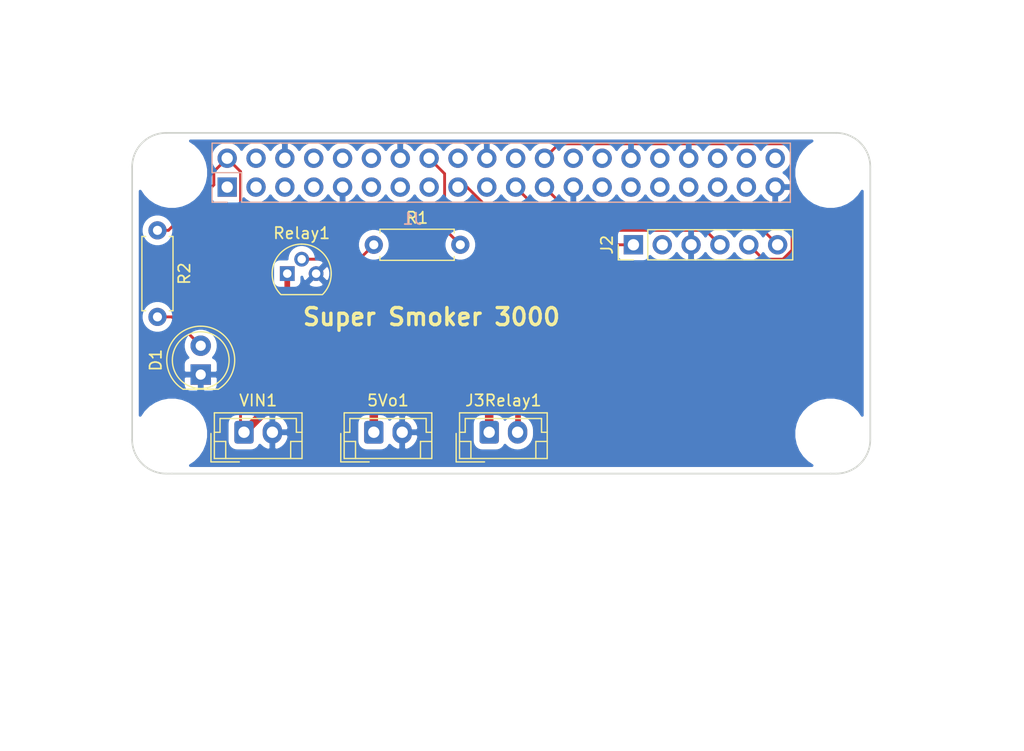
<source format=kicad_pcb>
(kicad_pcb (version 20171130) (host pcbnew 5.1.9-73d0e3b20d~88~ubuntu20.04.1)

  (general
    (thickness 1.6)
    (drawings 20)
    (tracks 50)
    (zones 0)
    (modules 13)
    (nets 36)
  )

  (page A4)
  (title_block
    (title "Raspberry Pi Zero (W) uHAT Template Board")
    (date 2019-02-28)
    (rev 1.0)
    (comment 1 "This PCB design is licensed under MIT Open Source License.")
  )

  (layers
    (0 F.Cu signal)
    (31 B.Cu signal)
    (32 B.Adhes user)
    (33 F.Adhes user)
    (34 B.Paste user)
    (35 F.Paste user)
    (36 B.SilkS user)
    (37 F.SilkS user)
    (38 B.Mask user)
    (39 F.Mask user)
    (40 Dwgs.User user)
    (41 Cmts.User user)
    (42 Eco1.User user)
    (43 Eco2.User user)
    (44 Edge.Cuts user)
    (45 Margin user)
    (46 B.CrtYd user)
    (47 F.CrtYd user)
    (48 B.Fab user hide)
    (49 F.Fab user hide)
  )

  (setup
    (last_trace_width 0.25)
    (trace_clearance 0.2)
    (zone_clearance 0.508)
    (zone_45_only no)
    (trace_min 0.2)
    (via_size 0.8)
    (via_drill 0.4)
    (via_min_size 0.4)
    (via_min_drill 0.3)
    (uvia_size 0.3)
    (uvia_drill 0.1)
    (uvias_allowed no)
    (uvia_min_size 0.2)
    (uvia_min_drill 0.1)
    (edge_width 0.15)
    (segment_width 0.2)
    (pcb_text_width 0.3)
    (pcb_text_size 1.5 1.5)
    (mod_edge_width 0.15)
    (mod_text_size 1 1)
    (mod_text_width 0.15)
    (pad_size 1.524 1.524)
    (pad_drill 0.762)
    (pad_to_mask_clearance 0.051)
    (solder_mask_min_width 0.25)
    (aux_axis_origin 0 0)
    (grid_origin 121.032 94.568)
    (visible_elements FFFFFF7F)
    (pcbplotparams
      (layerselection 0x010fc_ffffffff)
      (usegerberextensions false)
      (usegerberattributes false)
      (usegerberadvancedattributes false)
      (creategerberjobfile false)
      (excludeedgelayer true)
      (linewidth 0.100000)
      (plotframeref false)
      (viasonmask false)
      (mode 1)
      (useauxorigin false)
      (hpglpennumber 1)
      (hpglpenspeed 20)
      (hpglpendiameter 15.000000)
      (psnegative false)
      (psa4output false)
      (plotreference true)
      (plotvalue true)
      (plotinvisibletext false)
      (padsonsilk false)
      (subtractmaskfromsilk false)
      (outputformat 1)
      (mirror false)
      (drillshape 1)
      (scaleselection 1)
      (outputdirectory ""))
  )

  (net 0 "")
  (net 1 +3V3)
  (net 2 +5V)
  (net 3 /GPIO2_SDA1)
  (net 4 /GPIO3_SCL1)
  (net 5 GND)
  (net 6 /GPIO4_GPIO_GCLK)
  (net 7 /GPIO14_TXD0)
  (net 8 /GPIO15_RXD0)
  (net 9 /GPIO18_GEN1)
  (net 10 /GPIO27_GEN2)
  (net 11 /GPIO22_GEN3)
  (net 12 /GPIO23_GEN4)
  (net 13 /GPIO24_GEN5)
  (net 14 /GPIO10_SPI_MOSI)
  (net 15 /GPIO9_SPI_MISO)
  (net 16 /GPIO25_GEN6)
  (net 17 /GPIO11_SPI_SCLK)
  (net 18 /GPIO8_SPI_CE0_N)
  (net 19 /GPIO7_SPI_CE1_N)
  (net 20 /ID_SD)
  (net 21 /ID_SC)
  (net 22 /GPIO5)
  (net 23 /GPIO6)
  (net 24 /GPIO12)
  (net 25 /GPIO13)
  (net 26 /GPIO19)
  (net 27 /GPIO16)
  (net 28 /GPIO26)
  (net 29 /GPIO20)
  (net 30 /GPIO21)
  (net 31 "Net-(J2-Pad2)")
  (net 32 "Net-(R1-Pad1)")
  (net 33 "Net-(J3Relay1-Pad2)")
  (net 34 /GPIO17_GEN0)
  (net 35 "Net-(D1-Pad2)")

  (net_class Default "This is the default net class."
    (clearance 0.2)
    (trace_width 0.25)
    (via_dia 0.8)
    (via_drill 0.4)
    (uvia_dia 0.3)
    (uvia_drill 0.1)
    (add_net +3V3)
    (add_net +5V)
    (add_net /GPIO10_SPI_MOSI)
    (add_net /GPIO11_SPI_SCLK)
    (add_net /GPIO12)
    (add_net /GPIO13)
    (add_net /GPIO14_TXD0)
    (add_net /GPIO15_RXD0)
    (add_net /GPIO16)
    (add_net /GPIO17_GEN0)
    (add_net /GPIO18_GEN1)
    (add_net /GPIO19)
    (add_net /GPIO20)
    (add_net /GPIO21)
    (add_net /GPIO22_GEN3)
    (add_net /GPIO23_GEN4)
    (add_net /GPIO24_GEN5)
    (add_net /GPIO25_GEN6)
    (add_net /GPIO26)
    (add_net /GPIO27_GEN2)
    (add_net /GPIO2_SDA1)
    (add_net /GPIO3_SCL1)
    (add_net /GPIO4_GPIO_GCLK)
    (add_net /GPIO5)
    (add_net /GPIO6)
    (add_net /GPIO7_SPI_CE1_N)
    (add_net /GPIO8_SPI_CE0_N)
    (add_net /GPIO9_SPI_MISO)
    (add_net /ID_SC)
    (add_net /ID_SD)
    (add_net GND)
    (add_net "Net-(D1-Pad2)")
    (add_net "Net-(J2-Pad2)")
    (add_net "Net-(J3Relay1-Pad2)")
    (add_net "Net-(R1-Pad1)")
  )

  (module Resistor_THT:R_Axial_DIN0207_L6.3mm_D2.5mm_P7.62mm_Horizontal (layer F.Cu) (tedit 5AE5139B) (tstamp 5FF188E1)
    (at 119.762 99.648 270)
    (descr "Resistor, Axial_DIN0207 series, Axial, Horizontal, pin pitch=7.62mm, 0.25W = 1/4W, length*diameter=6.3*2.5mm^2, http://cdn-reichelt.de/documents/datenblatt/B400/1_4W%23YAG.pdf")
    (tags "Resistor Axial_DIN0207 series Axial Horizontal pin pitch 7.62mm 0.25W = 1/4W length 6.3mm diameter 2.5mm")
    (path /5FF94729)
    (fp_text reference R2 (at 3.81 -2.37 90) (layer F.SilkS)
      (effects (font (size 1 1) (thickness 0.15)))
    )
    (fp_text value 320 (at 3.81 2.37 90) (layer F.Fab)
      (effects (font (size 1 1) (thickness 0.15)))
    )
    (fp_text user %R (at 3.81 0 90) (layer F.Fab)
      (effects (font (size 1 1) (thickness 0.15)))
    )
    (fp_line (start 0.66 -1.25) (end 0.66 1.25) (layer F.Fab) (width 0.1))
    (fp_line (start 0.66 1.25) (end 6.96 1.25) (layer F.Fab) (width 0.1))
    (fp_line (start 6.96 1.25) (end 6.96 -1.25) (layer F.Fab) (width 0.1))
    (fp_line (start 6.96 -1.25) (end 0.66 -1.25) (layer F.Fab) (width 0.1))
    (fp_line (start 0 0) (end 0.66 0) (layer F.Fab) (width 0.1))
    (fp_line (start 7.62 0) (end 6.96 0) (layer F.Fab) (width 0.1))
    (fp_line (start 0.54 -1.04) (end 0.54 -1.37) (layer F.SilkS) (width 0.12))
    (fp_line (start 0.54 -1.37) (end 7.08 -1.37) (layer F.SilkS) (width 0.12))
    (fp_line (start 7.08 -1.37) (end 7.08 -1.04) (layer F.SilkS) (width 0.12))
    (fp_line (start 0.54 1.04) (end 0.54 1.37) (layer F.SilkS) (width 0.12))
    (fp_line (start 0.54 1.37) (end 7.08 1.37) (layer F.SilkS) (width 0.12))
    (fp_line (start 7.08 1.37) (end 7.08 1.04) (layer F.SilkS) (width 0.12))
    (fp_line (start -1.05 -1.5) (end -1.05 1.5) (layer F.CrtYd) (width 0.05))
    (fp_line (start -1.05 1.5) (end 8.67 1.5) (layer F.CrtYd) (width 0.05))
    (fp_line (start 8.67 1.5) (end 8.67 -1.5) (layer F.CrtYd) (width 0.05))
    (fp_line (start 8.67 -1.5) (end -1.05 -1.5) (layer F.CrtYd) (width 0.05))
    (pad 2 thru_hole oval (at 7.62 0 270) (size 1.6 1.6) (drill 0.8) (layers *.Cu *.Mask)
      (net 35 "Net-(D1-Pad2)"))
    (pad 1 thru_hole circle (at 0 0 270) (size 1.6 1.6) (drill 0.8) (layers *.Cu *.Mask)
      (net 2 +5V))
    (model ${KISYS3DMOD}/Resistor_THT.3dshapes/R_Axial_DIN0207_L6.3mm_D2.5mm_P7.62mm_Horizontal.wrl
      (at (xyz 0 0 0))
      (scale (xyz 1 1 1))
      (rotate (xyz 0 0 0))
    )
  )

  (module LED_THT:LED_D5.0mm (layer F.Cu) (tedit 5995936A) (tstamp 5FF187B4)
    (at 123.572 112.348 90)
    (descr "LED, diameter 5.0mm, 2 pins, http://cdn-reichelt.de/documents/datenblatt/A500/LL-504BC2E-009.pdf")
    (tags "LED diameter 5.0mm 2 pins")
    (path /5FF922CB)
    (fp_text reference D1 (at 1.27 -3.96 90) (layer F.SilkS)
      (effects (font (size 1 1) (thickness 0.15)))
    )
    (fp_text value LED (at 1.27 3.96 90) (layer F.Fab)
      (effects (font (size 1 1) (thickness 0.15)))
    )
    (fp_text user %R (at 1.25 0 90) (layer F.Fab)
      (effects (font (size 0.8 0.8) (thickness 0.2)))
    )
    (fp_arc (start 1.27 0) (end -1.29 1.54483) (angle -148.9) (layer F.SilkS) (width 0.12))
    (fp_arc (start 1.27 0) (end -1.29 -1.54483) (angle 148.9) (layer F.SilkS) (width 0.12))
    (fp_arc (start 1.27 0) (end -1.23 -1.469694) (angle 299.1) (layer F.Fab) (width 0.1))
    (fp_circle (center 1.27 0) (end 3.77 0) (layer F.Fab) (width 0.1))
    (fp_circle (center 1.27 0) (end 3.77 0) (layer F.SilkS) (width 0.12))
    (fp_line (start -1.23 -1.469694) (end -1.23 1.469694) (layer F.Fab) (width 0.1))
    (fp_line (start -1.29 -1.545) (end -1.29 1.545) (layer F.SilkS) (width 0.12))
    (fp_line (start -1.95 -3.25) (end -1.95 3.25) (layer F.CrtYd) (width 0.05))
    (fp_line (start -1.95 3.25) (end 4.5 3.25) (layer F.CrtYd) (width 0.05))
    (fp_line (start 4.5 3.25) (end 4.5 -3.25) (layer F.CrtYd) (width 0.05))
    (fp_line (start 4.5 -3.25) (end -1.95 -3.25) (layer F.CrtYd) (width 0.05))
    (pad 2 thru_hole circle (at 2.54 0 90) (size 1.8 1.8) (drill 0.9) (layers *.Cu *.Mask)
      (net 35 "Net-(D1-Pad2)"))
    (pad 1 thru_hole rect (at 0 0 90) (size 1.8 1.8) (drill 0.9) (layers *.Cu *.Mask)
      (net 5 GND))
    (model ${KISYS3DMOD}/LED_THT.3dshapes/LED_D5.0mm.wrl
      (at (xyz 0 0 0))
      (scale (xyz 1 1 1))
      (rotate (xyz 0 0 0))
    )
  )

  (module Connector_PinHeader_2.54mm:PinHeader_1x06_P2.54mm_Vertical (layer F.Cu) (tedit 59FED5CC) (tstamp 5FBEE84A)
    (at 161.672 100.918 90)
    (descr "Through hole straight pin header, 1x06, 2.54mm pitch, single row")
    (tags "Through hole pin header THT 1x06 2.54mm single row")
    (path /5FB21AA4)
    (fp_text reference J2 (at 0 -2.33 90) (layer F.SilkS)
      (effects (font (size 1 1) (thickness 0.15)))
    )
    (fp_text value Sensor (at 0 15.03 90) (layer F.Fab)
      (effects (font (size 1 1) (thickness 0.15)))
    )
    (fp_line (start 1.8 -1.8) (end -1.8 -1.8) (layer F.CrtYd) (width 0.05))
    (fp_line (start 1.8 14.5) (end 1.8 -1.8) (layer F.CrtYd) (width 0.05))
    (fp_line (start -1.8 14.5) (end 1.8 14.5) (layer F.CrtYd) (width 0.05))
    (fp_line (start -1.8 -1.8) (end -1.8 14.5) (layer F.CrtYd) (width 0.05))
    (fp_line (start -1.33 -1.33) (end 0 -1.33) (layer F.SilkS) (width 0.12))
    (fp_line (start -1.33 0) (end -1.33 -1.33) (layer F.SilkS) (width 0.12))
    (fp_line (start -1.33 1.27) (end 1.33 1.27) (layer F.SilkS) (width 0.12))
    (fp_line (start 1.33 1.27) (end 1.33 14.03) (layer F.SilkS) (width 0.12))
    (fp_line (start -1.33 1.27) (end -1.33 14.03) (layer F.SilkS) (width 0.12))
    (fp_line (start -1.33 14.03) (end 1.33 14.03) (layer F.SilkS) (width 0.12))
    (fp_line (start -1.27 -0.635) (end -0.635 -1.27) (layer F.Fab) (width 0.1))
    (fp_line (start -1.27 13.97) (end -1.27 -0.635) (layer F.Fab) (width 0.1))
    (fp_line (start 1.27 13.97) (end -1.27 13.97) (layer F.Fab) (width 0.1))
    (fp_line (start 1.27 -1.27) (end 1.27 13.97) (layer F.Fab) (width 0.1))
    (fp_line (start -0.635 -1.27) (end 1.27 -1.27) (layer F.Fab) (width 0.1))
    (fp_text user %R (at 0 6.35) (layer F.Fab)
      (effects (font (size 1 1) (thickness 0.15)))
    )
    (pad 1 thru_hole rect (at 0 0 90) (size 1.7 1.7) (drill 1) (layers *.Cu *.Mask)
      (net 1 +3V3))
    (pad 2 thru_hole oval (at 0 2.54 90) (size 1.7 1.7) (drill 1) (layers *.Cu *.Mask)
      (net 31 "Net-(J2-Pad2)"))
    (pad 3 thru_hole oval (at 0 5.08 90) (size 1.7 1.7) (drill 1) (layers *.Cu *.Mask)
      (net 5 GND))
    (pad 4 thru_hole oval (at 0 7.62 90) (size 1.7 1.7) (drill 1) (layers *.Cu *.Mask)
      (net 15 /GPIO9_SPI_MISO))
    (pad 5 thru_hole oval (at 0 10.16 90) (size 1.7 1.7) (drill 1) (layers *.Cu *.Mask)
      (net 18 /GPIO8_SPI_CE0_N))
    (pad 6 thru_hole oval (at 0 12.7 90) (size 1.7 1.7) (drill 1) (layers *.Cu *.Mask)
      (net 17 /GPIO11_SPI_SCLK))
    (model ${KISYS3DMOD}/Connector_PinHeader_2.54mm.3dshapes/PinHeader_1x06_P2.54mm_Vertical.wrl
      (at (xyz 0 0 0))
      (scale (xyz 1 1 1))
      (rotate (xyz 0 0 0))
    )
  )

  (module Connector_JST:JST_EH_B2B-EH-A_1x02_P2.50mm_Vertical (layer F.Cu) (tedit 5C28142C) (tstamp 5FC1763E)
    (at 148.972 117.428)
    (descr "JST EH series connector, B2B-EH-A (http://www.jst-mfg.com/product/pdf/eng/eEH.pdf), generated with kicad-footprint-generator")
    (tags "connector JST EH vertical")
    (path /5FC1C31E)
    (fp_text reference J3Relay1 (at 1.25 -2.8) (layer F.SilkS)
      (effects (font (size 1 1) (thickness 0.15)))
    )
    (fp_text value GND (at 1.25 3.4) (layer F.Fab)
      (effects (font (size 1 1) (thickness 0.15)))
    )
    (fp_line (start -2.91 2.61) (end -0.41 2.61) (layer F.Fab) (width 0.1))
    (fp_line (start -2.91 0.11) (end -2.91 2.61) (layer F.Fab) (width 0.1))
    (fp_line (start -2.91 2.61) (end -0.41 2.61) (layer F.SilkS) (width 0.12))
    (fp_line (start -2.91 0.11) (end -2.91 2.61) (layer F.SilkS) (width 0.12))
    (fp_line (start 4.11 0.81) (end 4.11 2.31) (layer F.SilkS) (width 0.12))
    (fp_line (start 5.11 0.81) (end 4.11 0.81) (layer F.SilkS) (width 0.12))
    (fp_line (start -1.61 0.81) (end -1.61 2.31) (layer F.SilkS) (width 0.12))
    (fp_line (start -2.61 0.81) (end -1.61 0.81) (layer F.SilkS) (width 0.12))
    (fp_line (start 4.61 0) (end 5.11 0) (layer F.SilkS) (width 0.12))
    (fp_line (start 4.61 -1.21) (end 4.61 0) (layer F.SilkS) (width 0.12))
    (fp_line (start -2.11 -1.21) (end 4.61 -1.21) (layer F.SilkS) (width 0.12))
    (fp_line (start -2.11 0) (end -2.11 -1.21) (layer F.SilkS) (width 0.12))
    (fp_line (start -2.61 0) (end -2.11 0) (layer F.SilkS) (width 0.12))
    (fp_line (start 5.11 -1.71) (end -2.61 -1.71) (layer F.SilkS) (width 0.12))
    (fp_line (start 5.11 2.31) (end 5.11 -1.71) (layer F.SilkS) (width 0.12))
    (fp_line (start -2.61 2.31) (end 5.11 2.31) (layer F.SilkS) (width 0.12))
    (fp_line (start -2.61 -1.71) (end -2.61 2.31) (layer F.SilkS) (width 0.12))
    (fp_line (start 5.5 -2.1) (end -3 -2.1) (layer F.CrtYd) (width 0.05))
    (fp_line (start 5.5 2.7) (end 5.5 -2.1) (layer F.CrtYd) (width 0.05))
    (fp_line (start -3 2.7) (end 5.5 2.7) (layer F.CrtYd) (width 0.05))
    (fp_line (start -3 -2.1) (end -3 2.7) (layer F.CrtYd) (width 0.05))
    (fp_line (start 5 -1.6) (end -2.5 -1.6) (layer F.Fab) (width 0.1))
    (fp_line (start 5 2.2) (end 5 -1.6) (layer F.Fab) (width 0.1))
    (fp_line (start -2.5 2.2) (end 5 2.2) (layer F.Fab) (width 0.1))
    (fp_line (start -2.5 -1.6) (end -2.5 2.2) (layer F.Fab) (width 0.1))
    (fp_text user %R (at 1.25 1.5) (layer F.Fab)
      (effects (font (size 1 1) (thickness 0.15)))
    )
    (pad 2 thru_hole oval (at 2.5 0) (size 1.7 2) (drill 1) (layers *.Cu *.Mask)
      (net 33 "Net-(J3Relay1-Pad2)"))
    (pad 1 thru_hole roundrect (at 0 0) (size 1.7 2) (drill 1) (layers *.Cu *.Mask) (roundrect_rratio 0.147059)
      (net 2 +5V))
    (model ${KISYS3DMOD}/Connector_JST.3dshapes/JST_EH_B2B-EH-A_1x02_P2.50mm_Vertical.wrl
      (at (xyz 0 0 0))
      (scale (xyz 1 1 1))
      (rotate (xyz 0 0 0))
    )
  )

  (module lib:PinSocket_2x20_P2.54mm_Vertical_Centered_Anchor (layer B.Cu) (tedit 5C78E1B8) (tstamp 5C78EB08)
    (at 125.902 95.838 270)
    (descr "Through hole straight socket strip, 2x20, 2.54mm pitch, double cols (from Kicad 4.0.7), script generated")
    (tags "Through hole socket strip THT 2x20 2.54mm double row")
    (path /5C77771F)
    (fp_text reference J1 (at 2.8 -16.3) (layer B.SilkS)
      (effects (font (size 1 1) (thickness 0.15)) (justify mirror))
    )
    (fp_text value GPIO_CONNECTOR (at 2.7 -27.3) (layer B.Fab)
      (effects (font (size 1 1) (thickness 0.15)) (justify mirror))
    )
    (fp_line (start -4.34 -50) (end -4.34 1.8) (layer B.CrtYd) (width 0.05))
    (fp_line (start 1.76 -50) (end -4.34 -50) (layer B.CrtYd) (width 0.05))
    (fp_line (start 1.76 1.8) (end 1.76 -50) (layer B.CrtYd) (width 0.05))
    (fp_line (start -4.34 1.8) (end 1.76 1.8) (layer B.CrtYd) (width 0.05))
    (fp_line (start 0 1.33) (end 1.33 1.33) (layer B.SilkS) (width 0.12))
    (fp_line (start 1.33 1.33) (end 1.33 0) (layer B.SilkS) (width 0.12))
    (fp_line (start -1.27 1.33) (end -1.27 -1.27) (layer B.SilkS) (width 0.12))
    (fp_line (start -1.27 -1.27) (end 1.33 -1.27) (layer B.SilkS) (width 0.12))
    (fp_line (start 1.33 -1.27) (end 1.33 -49.59) (layer B.SilkS) (width 0.12))
    (fp_line (start -3.87 -49.59) (end 1.33 -49.59) (layer B.SilkS) (width 0.12))
    (fp_line (start -3.87 1.33) (end -3.87 -49.59) (layer B.SilkS) (width 0.12))
    (fp_line (start -3.87 1.33) (end -1.27 1.33) (layer B.SilkS) (width 0.12))
    (fp_line (start -3.81 -49.53) (end -3.81 1.27) (layer B.Fab) (width 0.1))
    (fp_line (start 1.27 -49.53) (end -3.81 -49.53) (layer B.Fab) (width 0.1))
    (fp_line (start 1.27 0.27) (end 1.27 -49.53) (layer B.Fab) (width 0.1))
    (fp_line (start 0.27 1.27) (end 1.27 0.27) (layer B.Fab) (width 0.1))
    (fp_line (start -3.81 1.27) (end 0.27 1.27) (layer B.Fab) (width 0.1))
    (fp_text user %R (at 2.8 -18.3 180) (layer B.Fab)
      (effects (font (size 1 1) (thickness 0.15)) (justify mirror))
    )
    (pad 1 thru_hole rect (at 0 0 270) (size 1.7 1.7) (drill 1) (layers *.Cu *.Mask)
      (net 1 +3V3))
    (pad 2 thru_hole oval (at -2.54 0 270) (size 1.7 1.7) (drill 1) (layers *.Cu *.Mask)
      (net 2 +5V))
    (pad 3 thru_hole oval (at 0 -2.54 270) (size 1.7 1.7) (drill 1) (layers *.Cu *.Mask)
      (net 3 /GPIO2_SDA1))
    (pad 4 thru_hole oval (at -2.54 -2.54 270) (size 1.7 1.7) (drill 1) (layers *.Cu *.Mask)
      (net 2 +5V))
    (pad 5 thru_hole oval (at 0 -5.08 270) (size 1.7 1.7) (drill 1) (layers *.Cu *.Mask)
      (net 4 /GPIO3_SCL1))
    (pad 6 thru_hole oval (at -2.54 -5.08 270) (size 1.7 1.7) (drill 1) (layers *.Cu *.Mask)
      (net 5 GND))
    (pad 7 thru_hole oval (at 0 -7.62 270) (size 1.7 1.7) (drill 1) (layers *.Cu *.Mask)
      (net 6 /GPIO4_GPIO_GCLK))
    (pad 8 thru_hole oval (at -2.54 -7.62 270) (size 1.7 1.7) (drill 1) (layers *.Cu *.Mask)
      (net 7 /GPIO14_TXD0))
    (pad 9 thru_hole oval (at 0 -10.16 270) (size 1.7 1.7) (drill 1) (layers *.Cu *.Mask)
      (net 5 GND))
    (pad 10 thru_hole oval (at -2.54 -10.16 270) (size 1.7 1.7) (drill 1) (layers *.Cu *.Mask)
      (net 8 /GPIO15_RXD0))
    (pad 11 thru_hole oval (at 0 -12.7 270) (size 1.7 1.7) (drill 1) (layers *.Cu *.Mask)
      (net 34 /GPIO17_GEN0))
    (pad 12 thru_hole oval (at -2.54 -12.7 270) (size 1.7 1.7) (drill 1) (layers *.Cu *.Mask)
      (net 9 /GPIO18_GEN1))
    (pad 13 thru_hole oval (at 0 -15.24 270) (size 1.7 1.7) (drill 1) (layers *.Cu *.Mask)
      (net 10 /GPIO27_GEN2))
    (pad 14 thru_hole oval (at -2.54 -15.24 270) (size 1.7 1.7) (drill 1) (layers *.Cu *.Mask)
      (net 5 GND))
    (pad 15 thru_hole oval (at 0 -17.78 270) (size 1.7 1.7) (drill 1) (layers *.Cu *.Mask)
      (net 11 /GPIO22_GEN3))
    (pad 16 thru_hole oval (at -2.54 -17.78 270) (size 1.7 1.7) (drill 1) (layers *.Cu *.Mask)
      (net 12 /GPIO23_GEN4))
    (pad 17 thru_hole oval (at 0 -20.32 270) (size 1.7 1.7) (drill 1) (layers *.Cu *.Mask)
      (net 1 +3V3))
    (pad 18 thru_hole oval (at -2.54 -20.32 270) (size 1.7 1.7) (drill 1) (layers *.Cu *.Mask)
      (net 13 /GPIO24_GEN5))
    (pad 19 thru_hole oval (at 0 -22.86 270) (size 1.7 1.7) (drill 1) (layers *.Cu *.Mask)
      (net 14 /GPIO10_SPI_MOSI))
    (pad 20 thru_hole oval (at -2.54 -22.86 270) (size 1.7 1.7) (drill 1) (layers *.Cu *.Mask)
      (net 5 GND))
    (pad 21 thru_hole oval (at 0 -25.4 270) (size 1.7 1.7) (drill 1) (layers *.Cu *.Mask)
      (net 15 /GPIO9_SPI_MISO))
    (pad 22 thru_hole oval (at -2.54 -25.4 270) (size 1.7 1.7) (drill 1) (layers *.Cu *.Mask)
      (net 16 /GPIO25_GEN6))
    (pad 23 thru_hole oval (at 0 -27.94 270) (size 1.7 1.7) (drill 1) (layers *.Cu *.Mask)
      (net 17 /GPIO11_SPI_SCLK))
    (pad 24 thru_hole oval (at -2.54 -27.94 270) (size 1.7 1.7) (drill 1) (layers *.Cu *.Mask)
      (net 18 /GPIO8_SPI_CE0_N))
    (pad 25 thru_hole oval (at 0 -30.48 270) (size 1.7 1.7) (drill 1) (layers *.Cu *.Mask)
      (net 5 GND))
    (pad 26 thru_hole oval (at -2.54 -30.48 270) (size 1.7 1.7) (drill 1) (layers *.Cu *.Mask)
      (net 19 /GPIO7_SPI_CE1_N))
    (pad 27 thru_hole oval (at 0 -33.02 270) (size 1.7 1.7) (drill 1) (layers *.Cu *.Mask)
      (net 20 /ID_SD))
    (pad 28 thru_hole oval (at -2.54 -33.02 270) (size 1.7 1.7) (drill 1) (layers *.Cu *.Mask)
      (net 21 /ID_SC))
    (pad 29 thru_hole oval (at 0 -35.56 270) (size 1.7 1.7) (drill 1) (layers *.Cu *.Mask)
      (net 22 /GPIO5))
    (pad 30 thru_hole oval (at -2.54 -35.56 270) (size 1.7 1.7) (drill 1) (layers *.Cu *.Mask)
      (net 5 GND))
    (pad 31 thru_hole oval (at 0 -38.1 270) (size 1.7 1.7) (drill 1) (layers *.Cu *.Mask)
      (net 23 /GPIO6))
    (pad 32 thru_hole oval (at -2.54 -38.1 270) (size 1.7 1.7) (drill 1) (layers *.Cu *.Mask)
      (net 24 /GPIO12))
    (pad 33 thru_hole oval (at 0 -40.64 270) (size 1.7 1.7) (drill 1) (layers *.Cu *.Mask)
      (net 25 /GPIO13))
    (pad 34 thru_hole oval (at -2.54 -40.64 270) (size 1.7 1.7) (drill 1) (layers *.Cu *.Mask)
      (net 5 GND))
    (pad 35 thru_hole oval (at 0 -43.18 270) (size 1.7 1.7) (drill 1) (layers *.Cu *.Mask)
      (net 26 /GPIO19))
    (pad 36 thru_hole oval (at -2.54 -43.18 270) (size 1.7 1.7) (drill 1) (layers *.Cu *.Mask)
      (net 27 /GPIO16))
    (pad 37 thru_hole oval (at 0 -45.72 270) (size 1.7 1.7) (drill 1) (layers *.Cu *.Mask)
      (net 28 /GPIO26))
    (pad 38 thru_hole oval (at -2.54 -45.72 270) (size 1.7 1.7) (drill 1) (layers *.Cu *.Mask)
      (net 29 /GPIO20))
    (pad 39 thru_hole oval (at 0 -48.26 270) (size 1.7 1.7) (drill 1) (layers *.Cu *.Mask)
      (net 5 GND))
    (pad 40 thru_hole oval (at -2.54 -48.26 270) (size 1.7 1.7) (drill 1) (layers *.Cu *.Mask)
      (net 30 /GPIO21))
    (model ${KISYS3DMOD}/Connector_PinSocket_2.54mm.3dshapes/PinSocket_2x20_P2.54mm_Vertical.wrl
      (at (xyz 0 0 0))
      (scale (xyz 1 1 1))
      (rotate (xyz 0 0 0))
    )
  )

  (module lib:MountingHole_2.7mm_M2.5_uHAT_RPi locked (layer F.Cu) (tedit 5C78B840) (tstamp 5C78BBE2)
    (at 121.032 94.568)
    (descr "Mounting Hole 2.7mm, no annular, M2.5")
    (tags "mounting hole 2.7mm no annular m2.5")
    (path /5C7C4C81)
    (attr virtual)
    (fp_text reference H1 (at 0 -3.7) (layer F.SilkS) hide
      (effects (font (size 1 1) (thickness 0.15)))
    )
    (fp_text value MountingHole (at 0 3.7) (layer F.Fab) hide
      (effects (font (size 1 1) (thickness 0.15)))
    )
    (fp_circle (center 0 0) (end 2.95 0) (layer F.CrtYd) (width 0.05))
    (fp_circle (center 0 0) (end 2.7 0) (layer Cmts.User) (width 0.15))
    (fp_text user %R (at 0.3 0) (layer F.Fab)
      (effects (font (size 1 1) (thickness 0.15)))
    )
    (pad "" np_thru_hole circle (at 0 0) (size 2.7 2.7) (drill 2.7) (layers *.Cu *.Mask)
      (clearance 1.75))
  )

  (module lib:MountingHole_2.7mm_M2.5_uHAT_RPi locked (layer F.Cu) (tedit 5C78B867) (tstamp 5C78BBE9)
    (at 179.032 94.568)
    (descr "Mounting Hole 2.7mm, no annular, M2.5")
    (tags "mounting hole 2.7mm no annular m2.5")
    (path /5C7C7FBC)
    (attr virtual)
    (fp_text reference H2 (at 0 -3.7) (layer F.SilkS) hide
      (effects (font (size 1 1) (thickness 0.15)))
    )
    (fp_text value MountingHole (at 0 3.7) (layer F.Fab) hide
      (effects (font (size 1 1) (thickness 0.15)))
    )
    (fp_circle (center 0 0) (end 2.7 0) (layer Cmts.User) (width 0.15))
    (fp_circle (center 0 0) (end 2.95 0) (layer F.CrtYd) (width 0.05))
    (fp_text user %R (at 0.3 0) (layer F.Fab)
      (effects (font (size 1 1) (thickness 0.15)))
    )
    (pad "" np_thru_hole circle (at 0 0) (size 2.7 2.7) (drill 2.7) (layers *.Cu *.Mask)
      (clearance 1.75))
  )

  (module lib:MountingHole_2.7mm_M2.5_uHAT_RPi locked (layer F.Cu) (tedit 5C78B860) (tstamp 5C78BBF0)
    (at 179.032 117.568)
    (descr "Mounting Hole 2.7mm, no annular, M2.5")
    (tags "mounting hole 2.7mm no annular m2.5")
    (path /5C7C8014)
    (attr virtual)
    (fp_text reference H3 (at 0 -3.7) (layer F.SilkS) hide
      (effects (font (size 1 1) (thickness 0.15)))
    )
    (fp_text value MountingHole (at 0 3.7) (layer F.Fab) hide
      (effects (font (size 1 1) (thickness 0.15)))
    )
    (fp_circle (center 0 0) (end 2.95 0) (layer F.CrtYd) (width 0.05))
    (fp_circle (center 0 0) (end 2.7 0) (layer Cmts.User) (width 0.15))
    (fp_text user %R (at 0.3 0) (layer F.Fab)
      (effects (font (size 1 1) (thickness 0.15)))
    )
    (pad "" np_thru_hole circle (at 0 0) (size 2.7 2.7) (drill 2.7) (layers *.Cu *.Mask)
      (clearance 1.75))
  )

  (module lib:MountingHole_2.7mm_M2.5_uHAT_RPi locked (layer F.Cu) (tedit 5C78B845) (tstamp 5C78BBF7)
    (at 121.032 117.568)
    (descr "Mounting Hole 2.7mm, no annular, M2.5")
    (tags "mounting hole 2.7mm no annular m2.5")
    (path /5C7C8030)
    (attr virtual)
    (fp_text reference H4 (at 0 -3.7) (layer F.SilkS) hide
      (effects (font (size 1 1) (thickness 0.15)))
    )
    (fp_text value MountingHole (at 0 3.7) (layer F.Fab) hide
      (effects (font (size 1 1) (thickness 0.15)))
    )
    (fp_circle (center 0 0) (end 2.7 0) (layer Cmts.User) (width 0.15))
    (fp_circle (center 0 0) (end 2.95 0) (layer F.CrtYd) (width 0.05))
    (fp_text user %R (at 0.3 0) (layer F.Fab)
      (effects (font (size 1 1) (thickness 0.15)))
    )
    (pad "" np_thru_hole circle (at 0 0) (size 2.7 2.7) (drill 2.7) (layers *.Cu *.Mask)
      (clearance 1.75))
  )

  (module Connector_JST:JST_EH_B2B-EH-A_1x02_P2.50mm_Vertical (layer F.Cu) (tedit 5C28142C) (tstamp 5FBEE830)
    (at 138.812 117.428)
    (descr "JST EH series connector, B2B-EH-A (http://www.jst-mfg.com/product/pdf/eng/eEH.pdf), generated with kicad-footprint-generator")
    (tags "connector JST EH vertical")
    (path /5FC61854)
    (fp_text reference 5Vo1 (at 1.25 -2.8) (layer F.SilkS)
      (effects (font (size 1 1) (thickness 0.15)))
    )
    (fp_text value GND (at 1.25 3.4) (layer F.Fab)
      (effects (font (size 1 1) (thickness 0.15)))
    )
    (fp_line (start -2.5 -1.6) (end -2.5 2.2) (layer F.Fab) (width 0.1))
    (fp_line (start -2.5 2.2) (end 5 2.2) (layer F.Fab) (width 0.1))
    (fp_line (start 5 2.2) (end 5 -1.6) (layer F.Fab) (width 0.1))
    (fp_line (start 5 -1.6) (end -2.5 -1.6) (layer F.Fab) (width 0.1))
    (fp_line (start -3 -2.1) (end -3 2.7) (layer F.CrtYd) (width 0.05))
    (fp_line (start -3 2.7) (end 5.5 2.7) (layer F.CrtYd) (width 0.05))
    (fp_line (start 5.5 2.7) (end 5.5 -2.1) (layer F.CrtYd) (width 0.05))
    (fp_line (start 5.5 -2.1) (end -3 -2.1) (layer F.CrtYd) (width 0.05))
    (fp_line (start -2.61 -1.71) (end -2.61 2.31) (layer F.SilkS) (width 0.12))
    (fp_line (start -2.61 2.31) (end 5.11 2.31) (layer F.SilkS) (width 0.12))
    (fp_line (start 5.11 2.31) (end 5.11 -1.71) (layer F.SilkS) (width 0.12))
    (fp_line (start 5.11 -1.71) (end -2.61 -1.71) (layer F.SilkS) (width 0.12))
    (fp_line (start -2.61 0) (end -2.11 0) (layer F.SilkS) (width 0.12))
    (fp_line (start -2.11 0) (end -2.11 -1.21) (layer F.SilkS) (width 0.12))
    (fp_line (start -2.11 -1.21) (end 4.61 -1.21) (layer F.SilkS) (width 0.12))
    (fp_line (start 4.61 -1.21) (end 4.61 0) (layer F.SilkS) (width 0.12))
    (fp_line (start 4.61 0) (end 5.11 0) (layer F.SilkS) (width 0.12))
    (fp_line (start -2.61 0.81) (end -1.61 0.81) (layer F.SilkS) (width 0.12))
    (fp_line (start -1.61 0.81) (end -1.61 2.31) (layer F.SilkS) (width 0.12))
    (fp_line (start 5.11 0.81) (end 4.11 0.81) (layer F.SilkS) (width 0.12))
    (fp_line (start 4.11 0.81) (end 4.11 2.31) (layer F.SilkS) (width 0.12))
    (fp_line (start -2.91 0.11) (end -2.91 2.61) (layer F.SilkS) (width 0.12))
    (fp_line (start -2.91 2.61) (end -0.41 2.61) (layer F.SilkS) (width 0.12))
    (fp_line (start -2.91 0.11) (end -2.91 2.61) (layer F.Fab) (width 0.1))
    (fp_line (start -2.91 2.61) (end -0.41 2.61) (layer F.Fab) (width 0.1))
    (fp_text user %R (at 1.25 1.5) (layer F.Fab)
      (effects (font (size 1 1) (thickness 0.15)))
    )
    (pad 2 thru_hole oval (at 2.5 0) (size 1.7 2) (drill 1) (layers *.Cu *.Mask)
      (net 5 GND))
    (pad 1 thru_hole roundrect (at 0 0) (size 1.7 2) (drill 1) (layers *.Cu *.Mask) (roundrect_rratio 0.147059)
      (net 2 +5V))
    (model ${KISYS3DMOD}/Connector_JST.3dshapes/JST_EH_B2B-EH-A_1x02_P2.50mm_Vertical.wrl
      (at (xyz 0 0 0))
      (scale (xyz 1 1 1))
      (rotate (xyz 0 0 0))
    )
  )

  (module Resistor_THT:R_Axial_DIN0207_L6.3mm_D2.5mm_P7.62mm_Horizontal (layer F.Cu) (tedit 5AE5139B) (tstamp 5FBEE861)
    (at 138.812 100.918)
    (descr "Resistor, Axial_DIN0207 series, Axial, Horizontal, pin pitch=7.62mm, 0.25W = 1/4W, length*diameter=6.3*2.5mm^2, http://cdn-reichelt.de/documents/datenblatt/B400/1_4W%23YAG.pdf")
    (tags "Resistor Axial_DIN0207 series Axial Horizontal pin pitch 7.62mm 0.25W = 1/4W length 6.3mm diameter 2.5mm")
    (path /5FB29A64)
    (fp_text reference R1 (at 3.81 -2.37) (layer F.SilkS)
      (effects (font (size 1 1) (thickness 0.15)))
    )
    (fp_text value 1k (at 3.81 2.37) (layer F.Fab)
      (effects (font (size 1 1) (thickness 0.15)))
    )
    (fp_line (start 8.67 -1.5) (end -1.05 -1.5) (layer F.CrtYd) (width 0.05))
    (fp_line (start 8.67 1.5) (end 8.67 -1.5) (layer F.CrtYd) (width 0.05))
    (fp_line (start -1.05 1.5) (end 8.67 1.5) (layer F.CrtYd) (width 0.05))
    (fp_line (start -1.05 -1.5) (end -1.05 1.5) (layer F.CrtYd) (width 0.05))
    (fp_line (start 7.08 1.37) (end 7.08 1.04) (layer F.SilkS) (width 0.12))
    (fp_line (start 0.54 1.37) (end 7.08 1.37) (layer F.SilkS) (width 0.12))
    (fp_line (start 0.54 1.04) (end 0.54 1.37) (layer F.SilkS) (width 0.12))
    (fp_line (start 7.08 -1.37) (end 7.08 -1.04) (layer F.SilkS) (width 0.12))
    (fp_line (start 0.54 -1.37) (end 7.08 -1.37) (layer F.SilkS) (width 0.12))
    (fp_line (start 0.54 -1.04) (end 0.54 -1.37) (layer F.SilkS) (width 0.12))
    (fp_line (start 7.62 0) (end 6.96 0) (layer F.Fab) (width 0.1))
    (fp_line (start 0 0) (end 0.66 0) (layer F.Fab) (width 0.1))
    (fp_line (start 6.96 -1.25) (end 0.66 -1.25) (layer F.Fab) (width 0.1))
    (fp_line (start 6.96 1.25) (end 6.96 -1.25) (layer F.Fab) (width 0.1))
    (fp_line (start 0.66 1.25) (end 6.96 1.25) (layer F.Fab) (width 0.1))
    (fp_line (start 0.66 -1.25) (end 0.66 1.25) (layer F.Fab) (width 0.1))
    (fp_text user %R (at 3.81 0) (layer F.Fab)
      (effects (font (size 1 1) (thickness 0.15)))
    )
    (pad 1 thru_hole circle (at 0 0) (size 1.6 1.6) (drill 0.8) (layers *.Cu *.Mask)
      (net 32 "Net-(R1-Pad1)"))
    (pad 2 thru_hole oval (at 7.62 0) (size 1.6 1.6) (drill 0.8) (layers *.Cu *.Mask)
      (net 12 /GPIO23_GEN4))
    (model ${KISYS3DMOD}/Resistor_THT.3dshapes/R_Axial_DIN0207_L6.3mm_D2.5mm_P7.62mm_Horizontal.wrl
      (at (xyz 0 0 0))
      (scale (xyz 1 1 1))
      (rotate (xyz 0 0 0))
    )
  )

  (module Package_TO_SOT_THT:TO-92 (layer F.Cu) (tedit 5A279852) (tstamp 5FBEE873)
    (at 131.192 103.458)
    (descr "TO-92 leads molded, narrow, drill 0.75mm (see NXP sot054_po.pdf)")
    (tags "to-92 sc-43 sc-43a sot54 PA33 transistor")
    (path /5FB1E432)
    (fp_text reference Relay1 (at 1.27 -3.56) (layer F.SilkS)
      (effects (font (size 1 1) (thickness 0.15)))
    )
    (fp_text value BC547 (at 1.27 2.79) (layer F.Fab)
      (effects (font (size 1 1) (thickness 0.15)))
    )
    (fp_line (start 4 2.01) (end -1.46 2.01) (layer F.CrtYd) (width 0.05))
    (fp_line (start 4 2.01) (end 4 -2.73) (layer F.CrtYd) (width 0.05))
    (fp_line (start -1.46 -2.73) (end -1.46 2.01) (layer F.CrtYd) (width 0.05))
    (fp_line (start -1.46 -2.73) (end 4 -2.73) (layer F.CrtYd) (width 0.05))
    (fp_line (start -0.5 1.75) (end 3 1.75) (layer F.Fab) (width 0.1))
    (fp_line (start -0.53 1.85) (end 3.07 1.85) (layer F.SilkS) (width 0.12))
    (fp_text user %R (at 1.27 0) (layer F.Fab)
      (effects (font (size 1 1) (thickness 0.15)))
    )
    (fp_arc (start 1.27 0) (end 1.27 -2.48) (angle 135) (layer F.Fab) (width 0.1))
    (fp_arc (start 1.27 0) (end 1.27 -2.6) (angle -135) (layer F.SilkS) (width 0.12))
    (fp_arc (start 1.27 0) (end 1.27 -2.48) (angle -135) (layer F.Fab) (width 0.1))
    (fp_arc (start 1.27 0) (end 1.27 -2.6) (angle 135) (layer F.SilkS) (width 0.12))
    (pad 2 thru_hole circle (at 1.27 -1.27) (size 1.3 1.3) (drill 0.75) (layers *.Cu *.Mask)
      (net 32 "Net-(R1-Pad1)"))
    (pad 3 thru_hole circle (at 2.54 0) (size 1.3 1.3) (drill 0.75) (layers *.Cu *.Mask)
      (net 5 GND))
    (pad 1 thru_hole rect (at 0 0) (size 1.3 1.3) (drill 0.75) (layers *.Cu *.Mask)
      (net 33 "Net-(J3Relay1-Pad2)"))
    (model ${KISYS3DMOD}/Package_TO_SOT_THT.3dshapes/TO-92.wrl
      (at (xyz 0 0 0))
      (scale (xyz 1 1 1))
      (rotate (xyz 0 0 0))
    )
  )

  (module Connector_JST:JST_EH_B2B-EH-A_1x02_P2.50mm_Vertical (layer F.Cu) (tedit 5C28142C) (tstamp 5FBEE893)
    (at 127.382 117.428)
    (descr "JST EH series connector, B2B-EH-A (http://www.jst-mfg.com/product/pdf/eng/eEH.pdf), generated with kicad-footprint-generator")
    (tags "connector JST EH vertical")
    (path /5FB1AF05)
    (fp_text reference VIN1 (at 1.25 -2.8) (layer F.SilkS)
      (effects (font (size 1 1) (thickness 0.15)))
    )
    (fp_text value GND (at 1.25 3.4) (layer F.Fab)
      (effects (font (size 1 1) (thickness 0.15)))
    )
    (fp_line (start -2.91 2.61) (end -0.41 2.61) (layer F.Fab) (width 0.1))
    (fp_line (start -2.91 0.11) (end -2.91 2.61) (layer F.Fab) (width 0.1))
    (fp_line (start -2.91 2.61) (end -0.41 2.61) (layer F.SilkS) (width 0.12))
    (fp_line (start -2.91 0.11) (end -2.91 2.61) (layer F.SilkS) (width 0.12))
    (fp_line (start 4.11 0.81) (end 4.11 2.31) (layer F.SilkS) (width 0.12))
    (fp_line (start 5.11 0.81) (end 4.11 0.81) (layer F.SilkS) (width 0.12))
    (fp_line (start -1.61 0.81) (end -1.61 2.31) (layer F.SilkS) (width 0.12))
    (fp_line (start -2.61 0.81) (end -1.61 0.81) (layer F.SilkS) (width 0.12))
    (fp_line (start 4.61 0) (end 5.11 0) (layer F.SilkS) (width 0.12))
    (fp_line (start 4.61 -1.21) (end 4.61 0) (layer F.SilkS) (width 0.12))
    (fp_line (start -2.11 -1.21) (end 4.61 -1.21) (layer F.SilkS) (width 0.12))
    (fp_line (start -2.11 0) (end -2.11 -1.21) (layer F.SilkS) (width 0.12))
    (fp_line (start -2.61 0) (end -2.11 0) (layer F.SilkS) (width 0.12))
    (fp_line (start 5.11 -1.71) (end -2.61 -1.71) (layer F.SilkS) (width 0.12))
    (fp_line (start 5.11 2.31) (end 5.11 -1.71) (layer F.SilkS) (width 0.12))
    (fp_line (start -2.61 2.31) (end 5.11 2.31) (layer F.SilkS) (width 0.12))
    (fp_line (start -2.61 -1.71) (end -2.61 2.31) (layer F.SilkS) (width 0.12))
    (fp_line (start 5.5 -2.1) (end -3 -2.1) (layer F.CrtYd) (width 0.05))
    (fp_line (start 5.5 2.7) (end 5.5 -2.1) (layer F.CrtYd) (width 0.05))
    (fp_line (start -3 2.7) (end 5.5 2.7) (layer F.CrtYd) (width 0.05))
    (fp_line (start -3 -2.1) (end -3 2.7) (layer F.CrtYd) (width 0.05))
    (fp_line (start 5 -1.6) (end -2.5 -1.6) (layer F.Fab) (width 0.1))
    (fp_line (start 5 2.2) (end 5 -1.6) (layer F.Fab) (width 0.1))
    (fp_line (start -2.5 2.2) (end 5 2.2) (layer F.Fab) (width 0.1))
    (fp_line (start -2.5 -1.6) (end -2.5 2.2) (layer F.Fab) (width 0.1))
    (fp_text user %R (at 1.25 1.5) (layer F.Fab)
      (effects (font (size 1 1) (thickness 0.15)))
    )
    (pad 1 thru_hole roundrect (at 0 0) (size 1.7 2) (drill 1) (layers *.Cu *.Mask) (roundrect_rratio 0.147059)
      (net 2 +5V))
    (pad 2 thru_hole oval (at 2.5 0) (size 1.7 2) (drill 1) (layers *.Cu *.Mask)
      (net 5 GND))
    (model ${KISYS3DMOD}/Connector_JST.3dshapes/JST_EH_B2B-EH-A_1x02_P2.50mm_Vertical.wrl
      (at (xyz 0 0 0))
      (scale (xyz 1 1 1))
      (rotate (xyz 0 0 0))
    )
  )

  (gr_text "Super Smoker 3000" (at 143.892 107.268) (layer F.SilkS)
    (effects (font (size 1.5 1.5) (thickness 0.3)))
  )
  (gr_text "Board dimensions are on Cmts (Comments) layer. \nDeselect it in Layers Manager to make them invisible.\n\nGPIO connector nets are not connected, these will get \nupdated as per your schematic/netlist." (at 120.524 139.272) (layer Cmts.User)
    (effects (font (size 1.5 1.5) (thickness 0.3)) (justify left))
  )
  (dimension 29 (width 0.3) (layer Cmts.User)
    (gr_text "29.000 mm" (at 135.532 103.868) (layer Cmts.User)
      (effects (font (size 1.5 1.5) (thickness 0.3)))
    )
    (feature1 (pts (xy 121.032 94.568) (xy 121.032 102.354421)))
    (feature2 (pts (xy 150.032 94.568) (xy 150.032 102.354421)))
    (crossbar (pts (xy 150.032 101.768) (xy 121.032 101.768)))
    (arrow1a (pts (xy 121.032 101.768) (xy 122.158504 101.181579)))
    (arrow1b (pts (xy 121.032 101.768) (xy 122.158504 102.354421)))
    (arrow2a (pts (xy 150.032 101.768) (xy 148.905496 101.181579)))
    (arrow2b (pts (xy 150.032 101.768) (xy 148.905496 102.354421)))
  )
  (dimension 6.2 (width 0.3) (layer Cmts.User)
    (gr_text "6.200 mm" (at 179.032 129.268) (layer Cmts.User)
      (effects (font (size 1.5 1.5) (thickness 0.3)))
    )
    (feature1 (pts (xy 182.132 117.568) (xy 182.132 127.754421)))
    (feature2 (pts (xy 175.932 117.568) (xy 175.932 127.754421)))
    (crossbar (pts (xy 175.932 127.168) (xy 182.132 127.168)))
    (arrow1a (pts (xy 182.132 127.168) (xy 181.005496 127.754421)))
    (arrow1b (pts (xy 182.132 127.168) (xy 181.005496 126.581579)))
    (arrow2a (pts (xy 175.932 127.168) (xy 177.058504 127.754421)))
    (arrow2b (pts (xy 175.932 127.168) (xy 177.058504 126.581579)))
  )
  (dimension 3.5 (width 0.3) (layer Cmts.User)
    (gr_text "3.500 mm" (at 111.432 119.318 270) (layer Cmts.User)
      (effects (font (size 1.5 1.5) (thickness 0.3)))
    )
    (feature1 (pts (xy 121.032 121.068) (xy 112.945579 121.068)))
    (feature2 (pts (xy 121.032 117.568) (xy 112.945579 117.568)))
    (crossbar (pts (xy 113.532 117.568) (xy 113.532 121.068)))
    (arrow1a (pts (xy 113.532 121.068) (xy 112.945579 119.941496)))
    (arrow1b (pts (xy 113.532 121.068) (xy 114.118421 119.941496)))
    (arrow2a (pts (xy 113.532 117.568) (xy 112.945579 118.694504)))
    (arrow2b (pts (xy 113.532 117.568) (xy 114.118421 118.694504)))
  )
  (dimension 3.5 (width 0.3) (layer Cmts.User)
    (gr_text "3.500 mm" (at 119.282 125.668) (layer Cmts.User)
      (effects (font (size 1.5 1.5) (thickness 0.3)))
    )
    (feature1 (pts (xy 117.532 117.568) (xy 117.532 124.154421)))
    (feature2 (pts (xy 121.032 117.568) (xy 121.032 124.154421)))
    (crossbar (pts (xy 121.032 123.568) (xy 117.532 123.568)))
    (arrow1a (pts (xy 117.532 123.568) (xy 118.658504 122.981579)))
    (arrow1b (pts (xy 117.532 123.568) (xy 118.658504 124.154421)))
    (arrow2a (pts (xy 121.032 123.568) (xy 119.905496 122.981579)))
    (arrow2b (pts (xy 121.032 123.568) (xy 119.905496 124.154421)))
  )
  (dimension 30 (width 0.3) (layer Cmts.User)
    (gr_text "30.000 mm" (at 194.132 106.068 270) (layer Cmts.User)
      (effects (font (size 1.5 1.5) (thickness 0.3)))
    )
    (feature1 (pts (xy 179.032 121.068) (xy 192.618421 121.068)))
    (feature2 (pts (xy 179.032 91.068) (xy 192.618421 91.068)))
    (crossbar (pts (xy 192.032 91.068) (xy 192.032 121.068)))
    (arrow1a (pts (xy 192.032 121.068) (xy 191.445579 119.941496)))
    (arrow1b (pts (xy 192.032 121.068) (xy 192.618421 119.941496)))
    (arrow2a (pts (xy 192.032 91.068) (xy 191.445579 92.194504)))
    (arrow2b (pts (xy 192.032 91.068) (xy 192.618421 92.194504)))
  )
  (dimension 23 (width 0.3) (layer Cmts.User)
    (gr_text "23.000 mm" (at 188.632 106.068 270) (layer Cmts.User)
      (effects (font (size 1.5 1.5) (thickness 0.3)))
    )
    (feature1 (pts (xy 179.032 117.568) (xy 187.118421 117.568)))
    (feature2 (pts (xy 179.032 94.568) (xy 187.118421 94.568)))
    (crossbar (pts (xy 186.532 94.568) (xy 186.532 117.568)))
    (arrow1a (pts (xy 186.532 117.568) (xy 185.945579 116.441496)))
    (arrow1b (pts (xy 186.532 117.568) (xy 187.118421 116.441496)))
    (arrow2a (pts (xy 186.532 94.568) (xy 185.945579 95.694504)))
    (arrow2b (pts (xy 186.532 94.568) (xy 187.118421 95.694504)))
  )
  (dimension 65 (width 0.3) (layer Cmts.User)
    (gr_text "65.000 mm" (at 150.032 80.468) (layer Cmts.User)
      (effects (font (size 1.5 1.5) (thickness 0.3)))
    )
    (feature1 (pts (xy 182.532 94.568) (xy 182.532 81.981579)))
    (feature2 (pts (xy 117.532 94.568) (xy 117.532 81.981579)))
    (crossbar (pts (xy 117.532 82.568) (xy 182.532 82.568)))
    (arrow1a (pts (xy 182.532 82.568) (xy 181.405496 83.154421)))
    (arrow1b (pts (xy 182.532 82.568) (xy 181.405496 81.981579)))
    (arrow2a (pts (xy 117.532 82.568) (xy 118.658504 83.154421)))
    (arrow2b (pts (xy 117.532 82.568) (xy 118.658504 81.981579)))
  )
  (dimension 58 (width 0.3) (layer Cmts.User)
    (gr_text "58.000 mm" (at 150.032 84.968) (layer Cmts.User)
      (effects (font (size 1.5 1.5) (thickness 0.3)))
    )
    (feature1 (pts (xy 179.032 94.568) (xy 179.032 86.481579)))
    (feature2 (pts (xy 121.032 94.568) (xy 121.032 86.481579)))
    (crossbar (pts (xy 121.032 87.068) (xy 179.032 87.068)))
    (arrow1a (pts (xy 179.032 87.068) (xy 177.905496 87.654421)))
    (arrow1b (pts (xy 179.032 87.068) (xy 177.905496 86.481579)))
    (arrow2a (pts (xy 121.032 87.068) (xy 122.158504 87.654421)))
    (arrow2b (pts (xy 121.032 87.068) (xy 122.158504 86.481579)))
  )
  (gr_line (start 121.032 121.068) (end 120.532 121.068) (layer Edge.Cuts) (width 0.15) (tstamp 5C77FCD3))
  (gr_line (start 179.032 121.068) (end 179.532 121.068) (layer Edge.Cuts) (width 0.15) (tstamp 5C77FCD0))
  (gr_line (start 182.532 94.068) (end 182.532 118.068) (layer Edge.Cuts) (width 0.15) (tstamp 5C77FCCD))
  (gr_line (start 120.532 91.068) (end 179.532 91.068) (layer Edge.Cuts) (width 0.15) (tstamp 5C77FCCA))
  (gr_line (start 117.532 118.068) (end 117.532 94.068) (layer Edge.Cuts) (width 0.15) (tstamp 5C77FCC7))
  (gr_arc (start 120.532 94.068) (end 120.532 91.068) (angle -90) (layer Edge.Cuts) (width 0.15) (tstamp 5C77FCC4))
  (gr_arc (start 120.532 118.068) (end 117.532 118.068) (angle -90) (layer Edge.Cuts) (width 0.15) (tstamp 5C77FCC1))
  (gr_arc (start 179.532 118.068) (end 179.532 121.068) (angle -90) (layer Edge.Cuts) (width 0.15) (tstamp 5C77FCBE))
  (gr_arc (start 179.532 94.068) (end 182.532 94.068) (angle -90) (layer Edge.Cuts) (width 0.15) (tstamp 5C77FCBB))
  (gr_line (start 121.032 121.068) (end 179.032 121.068) (layer Edge.Cuts) (width 0.15) (tstamp 5C77FCB8))

  (segment (start 147.022998 95.838) (end 146.222 95.838) (width 0.25) (layer F.Cu) (net 1))
  (segment (start 152.102998 100.918) (end 147.022998 95.838) (width 0.25) (layer F.Cu) (net 1))
  (segment (start 161.672 100.918) (end 152.102998 100.918) (width 0.25) (layer F.Cu) (net 1))
  (segment (start 127.382 117.428) (end 132.462 112.348) (width 0.75) (layer F.Cu) (net 2) (status 10))
  (segment (start 132.462 112.348) (end 138.812 112.348) (width 0.75) (layer F.Cu) (net 2))
  (segment (start 138.812 112.348) (end 138.812 117.428) (width 0.75) (layer F.Cu) (net 2) (status 20))
  (segment (start 138.812 112.348) (end 148.972 112.348) (width 0.75) (layer F.Cu) (net 2))
  (segment (start 148.972 112.348) (end 148.972 117.428) (width 0.75) (layer F.Cu) (net 2) (status 20))
  (segment (start 127.077001 94.473001) (end 125.902 93.298) (width 0.25) (layer F.Cu) (net 2))
  (segment (start 127.077001 117.123001) (end 127.077001 94.473001) (width 0.25) (layer F.Cu) (net 2))
  (segment (start 127.382 117.428) (end 127.077001 117.123001) (width 0.25) (layer F.Cu) (net 2))
  (segment (start 124.726999 94.473001) (end 125.902 93.298) (width 0.25) (layer F.Cu) (net 2))
  (segment (start 124.726999 95.646003) (end 124.726999 94.473001) (width 0.25) (layer F.Cu) (net 2))
  (segment (start 120.725002 99.648) (end 124.726999 95.646003) (width 0.25) (layer F.Cu) (net 2))
  (segment (start 119.762 99.648) (end 120.725002 99.648) (width 0.25) (layer F.Cu) (net 2))
  (segment (start 174.162 96.048) (end 174.162 95.838) (width 0.25) (layer B.Cu) (net 5) (status 30))
  (segment (start 129.882 117.428) (end 129.922 117.428) (width 0.25) (layer B.Cu) (net 5) (status 30))
  (segment (start 141.312 114.928) (end 142.622 113.618) (width 0.4) (layer B.Cu) (net 5))
  (segment (start 141.312 117.428) (end 141.312 114.928) (width 0.4) (layer B.Cu) (net 5) (status 10))
  (segment (start 145.046999 94.662999) (end 143.682 93.298) (width 0.25) (layer F.Cu) (net 12))
  (segment (start 145.046999 99.532999) (end 145.046999 94.662999) (width 0.25) (layer F.Cu) (net 12))
  (segment (start 146.432 100.918) (end 145.046999 99.532999) (width 0.25) (layer F.Cu) (net 12))
  (segment (start 169.292 100.918) (end 168.022 99.648) (width 0.25) (layer F.Cu) (net 15))
  (segment (start 168.022 99.648) (end 155.112 99.648) (width 0.25) (layer F.Cu) (net 15))
  (segment (start 155.112 99.648) (end 152.677 97.213) (width 0.25) (layer F.Cu) (net 15))
  (segment (start 152.677 97.213) (end 151.302 95.838) (width 0.25) (layer F.Cu) (net 15))
  (segment (start 152.782 97.318) (end 152.677 97.213) (width 0.25) (layer F.Cu) (net 15))
  (segment (start 157.20199 99.19799) (end 153.842 95.838) (width 0.25) (layer F.Cu) (net 17))
  (segment (start 172.65199 99.19799) (end 157.20199 99.19799) (width 0.25) (layer F.Cu) (net 17))
  (segment (start 174.372 100.918) (end 172.65199 99.19799) (width 0.25) (layer F.Cu) (net 17))
  (segment (start 171.832 100.918) (end 173.102 102.188) (width 0.25) (layer F.Cu) (net 18))
  (segment (start 174.841002 102.188) (end 175.642 101.387002) (width 0.25) (layer F.Cu) (net 18))
  (segment (start 173.102 102.188) (end 174.841002 102.188) (width 0.25) (layer F.Cu) (net 18))
  (segment (start 175.642 101.387002) (end 175.642 95.838) (width 0.25) (layer F.Cu) (net 18))
  (segment (start 175.642 95.838) (end 175.642 95.578998) (width 0.25) (layer F.Cu) (net 18))
  (segment (start 155.112 92.028) (end 153.842 93.298) (width 0.25) (layer F.Cu) (net 18))
  (segment (start 175.642 92.028) (end 155.112 92.028) (width 0.25) (layer F.Cu) (net 18))
  (segment (start 175.642 95.838) (end 175.642 92.028) (width 0.25) (layer F.Cu) (net 18))
  (segment (start 137.542 102.188) (end 138.812 100.918) (width 0.25) (layer F.Cu) (net 32))
  (segment (start 132.462 102.188) (end 137.542 102.188) (width 0.25) (layer F.Cu) (net 32))
  (segment (start 151.512 112.348) (end 151.472 112.388) (width 0.25) (layer F.Cu) (net 33))
  (segment (start 148.972 109.808) (end 151.512 112.348) (width 0.5) (layer F.Cu) (net 33))
  (segment (start 132.462 109.808) (end 148.972 109.808) (width 0.5) (layer F.Cu) (net 33))
  (segment (start 131.192 108.538) (end 132.462 109.808) (width 0.5) (layer F.Cu) (net 33))
  (segment (start 131.192 103.458) (end 131.192 108.538) (width 0.5) (layer F.Cu) (net 33))
  (segment (start 151.512 117.388) (end 151.472 117.428) (width 0.25) (layer F.Cu) (net 33))
  (segment (start 151.512 112.348) (end 151.512 117.388) (width 0.5) (layer F.Cu) (net 33))
  (segment (start 138.812 95.838) (end 138.602 95.838) (width 0.25) (layer F.Cu) (net 34) (status 30))
  (segment (start 121.032 107.268) (end 123.572 109.808) (width 0.25) (layer F.Cu) (net 35))
  (segment (start 119.762 107.268) (end 121.032 107.268) (width 0.25) (layer F.Cu) (net 35))

  (zone (net 5) (net_name GND) (layer B.Cu) (tstamp 5FC87F25) (hatch edge 0.508)
    (connect_pads (clearance 0.508))
    (min_thickness 0.254)
    (fill yes (arc_segments 16) (thermal_gap 0.508) (thermal_bridge_width 0.508))
    (polygon
      (pts
        (xy 115.952 89.488) (xy 115.952 122) (xy 183.516 122) (xy 183.516 89.488)
      )
    )
    (filled_polygon
      (pts
        (xy 176.974907 92.061425) (xy 176.525425 92.510907) (xy 176.17227 93.039442) (xy 175.929012 93.626719) (xy 175.805 94.250168)
        (xy 175.805 94.885832) (xy 175.929012 95.509281) (xy 176.17227 96.096558) (xy 176.525425 96.625093) (xy 176.974907 97.074575)
        (xy 177.503442 97.42773) (xy 178.090719 97.670988) (xy 178.714168 97.795) (xy 179.349832 97.795) (xy 179.973281 97.670988)
        (xy 180.560558 97.42773) (xy 181.089093 97.074575) (xy 181.538575 96.625093) (xy 181.822 96.200916) (xy 181.822001 115.935085)
        (xy 181.538575 115.510907) (xy 181.089093 115.061425) (xy 180.560558 114.70827) (xy 179.973281 114.465012) (xy 179.349832 114.341)
        (xy 178.714168 114.341) (xy 178.090719 114.465012) (xy 177.503442 114.70827) (xy 176.974907 115.061425) (xy 176.525425 115.510907)
        (xy 176.17227 116.039442) (xy 175.929012 116.626719) (xy 175.805 117.250168) (xy 175.805 117.885832) (xy 175.929012 118.509281)
        (xy 176.17227 119.096558) (xy 176.525425 119.625093) (xy 176.974907 120.074575) (xy 177.399083 120.358) (xy 122.664917 120.358)
        (xy 123.089093 120.074575) (xy 123.538575 119.625093) (xy 123.89173 119.096558) (xy 124.134988 118.509281) (xy 124.259 117.885832)
        (xy 124.259 117.250168) (xy 124.145189 116.678) (xy 125.893928 116.678) (xy 125.893928 118.178) (xy 125.910992 118.351254)
        (xy 125.961528 118.51785) (xy 126.043595 118.671386) (xy 126.154038 118.805962) (xy 126.288614 118.916405) (xy 126.44215 118.998472)
        (xy 126.608746 119.049008) (xy 126.782 119.066072) (xy 127.982 119.066072) (xy 128.155254 119.049008) (xy 128.32185 118.998472)
        (xy 128.475386 118.916405) (xy 128.609962 118.805962) (xy 128.720405 118.671386) (xy 128.774914 118.569407) (xy 128.775198 118.569795)
        (xy 128.989954 118.766664) (xy 129.238991 118.917854) (xy 129.512739 119.017554) (xy 129.52511 119.019476) (xy 129.755 118.898155)
        (xy 129.755 117.555) (xy 130.009 117.555) (xy 130.009 118.898155) (xy 130.23889 119.019476) (xy 130.251261 119.017554)
        (xy 130.525009 118.917854) (xy 130.774046 118.766664) (xy 130.988802 118.569795) (xy 131.161025 118.334812) (xy 131.284096 118.070745)
        (xy 131.353285 117.787742) (xy 131.209232 117.555) (xy 130.009 117.555) (xy 129.755 117.555) (xy 129.735 117.555)
        (xy 129.735 117.301) (xy 129.755 117.301) (xy 129.755 115.957845) (xy 130.009 115.957845) (xy 130.009 117.301)
        (xy 131.209232 117.301) (xy 131.353285 117.068258) (xy 131.284096 116.785255) (xy 131.234109 116.678) (xy 137.323928 116.678)
        (xy 137.323928 118.178) (xy 137.340992 118.351254) (xy 137.391528 118.51785) (xy 137.473595 118.671386) (xy 137.584038 118.805962)
        (xy 137.718614 118.916405) (xy 137.87215 118.998472) (xy 138.038746 119.049008) (xy 138.212 119.066072) (xy 139.412 119.066072)
        (xy 139.585254 119.049008) (xy 139.75185 118.998472) (xy 139.905386 118.916405) (xy 140.039962 118.805962) (xy 140.150405 118.671386)
        (xy 140.204914 118.569407) (xy 140.205198 118.569795) (xy 140.419954 118.766664) (xy 140.668991 118.917854) (xy 140.942739 119.017554)
        (xy 140.95511 119.019476) (xy 141.185 118.898155) (xy 141.185 117.555) (xy 141.439 117.555) (xy 141.439 118.898155)
        (xy 141.66889 119.019476) (xy 141.681261 119.017554) (xy 141.955009 118.917854) (xy 142.204046 118.766664) (xy 142.418802 118.569795)
        (xy 142.591025 118.334812) (xy 142.714096 118.070745) (xy 142.783285 117.787742) (xy 142.639232 117.555) (xy 141.439 117.555)
        (xy 141.185 117.555) (xy 141.165 117.555) (xy 141.165 117.301) (xy 141.185 117.301) (xy 141.185 115.957845)
        (xy 141.439 115.957845) (xy 141.439 117.301) (xy 142.639232 117.301) (xy 142.783285 117.068258) (xy 142.714096 116.785255)
        (xy 142.664109 116.678) (xy 147.483928 116.678) (xy 147.483928 118.178) (xy 147.500992 118.351254) (xy 147.551528 118.51785)
        (xy 147.633595 118.671386) (xy 147.744038 118.805962) (xy 147.878614 118.916405) (xy 148.03215 118.998472) (xy 148.198746 119.049008)
        (xy 148.372 119.066072) (xy 149.572 119.066072) (xy 149.745254 119.049008) (xy 149.91185 118.998472) (xy 150.065386 118.916405)
        (xy 150.199962 118.805962) (xy 150.310405 118.671386) (xy 150.364777 118.569663) (xy 150.416866 118.633134) (xy 150.642987 118.818706)
        (xy 150.900967 118.956599) (xy 151.18089 119.041513) (xy 151.472 119.070185) (xy 151.763111 119.041513) (xy 152.043034 118.956599)
        (xy 152.301014 118.818706) (xy 152.527134 118.633134) (xy 152.712706 118.407014) (xy 152.850599 118.149033) (xy 152.935513 117.86911)
        (xy 152.957 117.650949) (xy 152.957 117.20505) (xy 152.935513 116.986889) (xy 152.850599 116.706966) (xy 152.712706 116.448986)
        (xy 152.527134 116.222866) (xy 152.301013 116.037294) (xy 152.043033 115.899401) (xy 151.76311 115.814487) (xy 151.472 115.785815)
        (xy 151.180889 115.814487) (xy 150.900966 115.899401) (xy 150.642986 116.037294) (xy 150.416866 116.222866) (xy 150.364777 116.286337)
        (xy 150.310405 116.184614) (xy 150.199962 116.050038) (xy 150.065386 115.939595) (xy 149.91185 115.857528) (xy 149.745254 115.806992)
        (xy 149.572 115.789928) (xy 148.372 115.789928) (xy 148.198746 115.806992) (xy 148.03215 115.857528) (xy 147.878614 115.939595)
        (xy 147.744038 116.050038) (xy 147.633595 116.184614) (xy 147.551528 116.33815) (xy 147.500992 116.504746) (xy 147.483928 116.678)
        (xy 142.664109 116.678) (xy 142.591025 116.521188) (xy 142.418802 116.286205) (xy 142.204046 116.089336) (xy 141.955009 115.938146)
        (xy 141.681261 115.838446) (xy 141.66889 115.836524) (xy 141.439 115.957845) (xy 141.185 115.957845) (xy 140.95511 115.836524)
        (xy 140.942739 115.838446) (xy 140.668991 115.938146) (xy 140.419954 116.089336) (xy 140.205198 116.286205) (xy 140.204914 116.286593)
        (xy 140.150405 116.184614) (xy 140.039962 116.050038) (xy 139.905386 115.939595) (xy 139.75185 115.857528) (xy 139.585254 115.806992)
        (xy 139.412 115.789928) (xy 138.212 115.789928) (xy 138.038746 115.806992) (xy 137.87215 115.857528) (xy 137.718614 115.939595)
        (xy 137.584038 116.050038) (xy 137.473595 116.184614) (xy 137.391528 116.33815) (xy 137.340992 116.504746) (xy 137.323928 116.678)
        (xy 131.234109 116.678) (xy 131.161025 116.521188) (xy 130.988802 116.286205) (xy 130.774046 116.089336) (xy 130.525009 115.938146)
        (xy 130.251261 115.838446) (xy 130.23889 115.836524) (xy 130.009 115.957845) (xy 129.755 115.957845) (xy 129.52511 115.836524)
        (xy 129.512739 115.838446) (xy 129.238991 115.938146) (xy 128.989954 116.089336) (xy 128.775198 116.286205) (xy 128.774914 116.286593)
        (xy 128.720405 116.184614) (xy 128.609962 116.050038) (xy 128.475386 115.939595) (xy 128.32185 115.857528) (xy 128.155254 115.806992)
        (xy 127.982 115.789928) (xy 126.782 115.789928) (xy 126.608746 115.806992) (xy 126.44215 115.857528) (xy 126.288614 115.939595)
        (xy 126.154038 116.050038) (xy 126.043595 116.184614) (xy 125.961528 116.33815) (xy 125.910992 116.504746) (xy 125.893928 116.678)
        (xy 124.145189 116.678) (xy 124.134988 116.626719) (xy 123.89173 116.039442) (xy 123.538575 115.510907) (xy 123.089093 115.061425)
        (xy 122.560558 114.70827) (xy 121.973281 114.465012) (xy 121.349832 114.341) (xy 120.714168 114.341) (xy 120.090719 114.465012)
        (xy 119.503442 114.70827) (xy 118.974907 115.061425) (xy 118.525425 115.510907) (xy 118.242 115.935083) (xy 118.242 113.248)
        (xy 122.033928 113.248) (xy 122.046188 113.372482) (xy 122.082498 113.49218) (xy 122.141463 113.602494) (xy 122.220815 113.699185)
        (xy 122.317506 113.778537) (xy 122.42782 113.837502) (xy 122.547518 113.873812) (xy 122.672 113.886072) (xy 123.28625 113.883)
        (xy 123.445 113.72425) (xy 123.445 112.475) (xy 123.699 112.475) (xy 123.699 113.72425) (xy 123.85775 113.883)
        (xy 124.472 113.886072) (xy 124.596482 113.873812) (xy 124.71618 113.837502) (xy 124.826494 113.778537) (xy 124.923185 113.699185)
        (xy 125.002537 113.602494) (xy 125.061502 113.49218) (xy 125.097812 113.372482) (xy 125.110072 113.248) (xy 125.107 112.63375)
        (xy 124.94825 112.475) (xy 123.699 112.475) (xy 123.445 112.475) (xy 122.19575 112.475) (xy 122.037 112.63375)
        (xy 122.033928 113.248) (xy 118.242 113.248) (xy 118.242 111.448) (xy 122.033928 111.448) (xy 122.037 112.06225)
        (xy 122.19575 112.221) (xy 123.445 112.221) (xy 123.445 112.201) (xy 123.699 112.201) (xy 123.699 112.221)
        (xy 124.94825 112.221) (xy 125.107 112.06225) (xy 125.110072 111.448) (xy 125.097812 111.323518) (xy 125.061502 111.20382)
        (xy 125.002537 111.093506) (xy 124.923185 110.996815) (xy 124.826494 110.917463) (xy 124.71618 110.858498) (xy 124.697873 110.852944)
        (xy 124.764312 110.786505) (xy 124.932299 110.535095) (xy 125.048011 110.255743) (xy 125.107 109.959184) (xy 125.107 109.656816)
        (xy 125.048011 109.360257) (xy 124.932299 109.080905) (xy 124.764312 108.829495) (xy 124.550505 108.615688) (xy 124.299095 108.447701)
        (xy 124.019743 108.331989) (xy 123.723184 108.273) (xy 123.420816 108.273) (xy 123.124257 108.331989) (xy 122.844905 108.447701)
        (xy 122.593495 108.615688) (xy 122.379688 108.829495) (xy 122.211701 109.080905) (xy 122.095989 109.360257) (xy 122.037 109.656816)
        (xy 122.037 109.959184) (xy 122.095989 110.255743) (xy 122.211701 110.535095) (xy 122.379688 110.786505) (xy 122.446127 110.852944)
        (xy 122.42782 110.858498) (xy 122.317506 110.917463) (xy 122.220815 110.996815) (xy 122.141463 111.093506) (xy 122.082498 111.20382)
        (xy 122.046188 111.323518) (xy 122.033928 111.448) (xy 118.242 111.448) (xy 118.242 107.126665) (xy 118.327 107.126665)
        (xy 118.327 107.409335) (xy 118.382147 107.686574) (xy 118.49032 107.947727) (xy 118.647363 108.182759) (xy 118.847241 108.382637)
        (xy 119.082273 108.53968) (xy 119.343426 108.647853) (xy 119.620665 108.703) (xy 119.903335 108.703) (xy 120.180574 108.647853)
        (xy 120.441727 108.53968) (xy 120.676759 108.382637) (xy 120.876637 108.182759) (xy 121.03368 107.947727) (xy 121.141853 107.686574)
        (xy 121.197 107.409335) (xy 121.197 107.126665) (xy 121.141853 106.849426) (xy 121.03368 106.588273) (xy 120.876637 106.353241)
        (xy 120.676759 106.153363) (xy 120.441727 105.99632) (xy 120.180574 105.888147) (xy 119.903335 105.833) (xy 119.620665 105.833)
        (xy 119.343426 105.888147) (xy 119.082273 105.99632) (xy 118.847241 106.153363) (xy 118.647363 106.353241) (xy 118.49032 106.588273)
        (xy 118.382147 106.849426) (xy 118.327 107.126665) (xy 118.242 107.126665) (xy 118.242 102.808) (xy 129.903928 102.808)
        (xy 129.903928 104.108) (xy 129.916188 104.232482) (xy 129.952498 104.35218) (xy 130.011463 104.462494) (xy 130.090815 104.559185)
        (xy 130.187506 104.638537) (xy 130.29782 104.697502) (xy 130.417518 104.733812) (xy 130.542 104.746072) (xy 131.842 104.746072)
        (xy 131.966482 104.733812) (xy 132.08618 104.697502) (xy 132.196494 104.638537) (xy 132.293185 104.559185) (xy 132.372537 104.462494)
        (xy 132.431502 104.35218) (xy 132.434126 104.343527) (xy 133.026078 104.343527) (xy 133.079466 104.572201) (xy 133.309374 104.678095)
        (xy 133.555524 104.737102) (xy 133.808455 104.746952) (xy 134.058449 104.70727) (xy 134.295896 104.619578) (xy 134.384534 104.572201)
        (xy 134.437922 104.343527) (xy 133.732 103.637605) (xy 133.026078 104.343527) (xy 132.434126 104.343527) (xy 132.467812 104.232482)
        (xy 132.480072 104.108) (xy 132.480072 103.767704) (xy 132.48273 103.784449) (xy 132.570422 104.021896) (xy 132.617799 104.110534)
        (xy 132.846473 104.163922) (xy 133.552395 103.458) (xy 133.911605 103.458) (xy 134.617527 104.163922) (xy 134.846201 104.110534)
        (xy 134.952095 103.880626) (xy 135.011102 103.634476) (xy 135.020952 103.381545) (xy 134.98127 103.131551) (xy 134.893578 102.894104)
        (xy 134.846201 102.805466) (xy 134.617527 102.752078) (xy 133.911605 103.458) (xy 133.552395 103.458) (xy 133.538253 103.443858)
        (xy 133.717858 103.264253) (xy 133.732 103.278395) (xy 134.437922 102.572473) (xy 134.384534 102.343799) (xy 134.154626 102.237905)
        (xy 133.908476 102.178898) (xy 133.747 102.17261) (xy 133.747 102.061439) (xy 133.697619 101.813179) (xy 133.600753 101.579324)
        (xy 133.460125 101.36886) (xy 133.28114 101.189875) (xy 133.070676 101.049247) (xy 132.836821 100.952381) (xy 132.588561 100.903)
        (xy 132.335439 100.903) (xy 132.087179 100.952381) (xy 131.853324 101.049247) (xy 131.64286 101.189875) (xy 131.463875 101.36886)
        (xy 131.323247 101.579324) (xy 131.226381 101.813179) (xy 131.177 102.061439) (xy 131.177 102.169928) (xy 130.542 102.169928)
        (xy 130.417518 102.182188) (xy 130.29782 102.218498) (xy 130.187506 102.277463) (xy 130.090815 102.356815) (xy 130.011463 102.453506)
        (xy 129.952498 102.56382) (xy 129.916188 102.683518) (xy 129.903928 102.808) (xy 118.242 102.808) (xy 118.242 99.506665)
        (xy 118.327 99.506665) (xy 118.327 99.789335) (xy 118.382147 100.066574) (xy 118.49032 100.327727) (xy 118.647363 100.562759)
        (xy 118.847241 100.762637) (xy 119.082273 100.91968) (xy 119.343426 101.027853) (xy 119.620665 101.083) (xy 119.903335 101.083)
        (xy 120.180574 101.027853) (xy 120.441727 100.91968) (xy 120.655764 100.776665) (xy 137.377 100.776665) (xy 137.377 101.059335)
        (xy 137.432147 101.336574) (xy 137.54032 101.597727) (xy 137.697363 101.832759) (xy 137.897241 102.032637) (xy 138.132273 102.18968)
        (xy 138.393426 102.297853) (xy 138.670665 102.353) (xy 138.953335 102.353) (xy 139.230574 102.297853) (xy 139.491727 102.18968)
        (xy 139.726759 102.032637) (xy 139.926637 101.832759) (xy 140.08368 101.597727) (xy 140.191853 101.336574) (xy 140.247 101.059335)
        (xy 140.247 100.776665) (xy 144.997 100.776665) (xy 144.997 101.059335) (xy 145.052147 101.336574) (xy 145.16032 101.597727)
        (xy 145.317363 101.832759) (xy 145.517241 102.032637) (xy 145.752273 102.18968) (xy 146.013426 102.297853) (xy 146.290665 102.353)
        (xy 146.573335 102.353) (xy 146.850574 102.297853) (xy 147.111727 102.18968) (xy 147.346759 102.032637) (xy 147.546637 101.832759)
        (xy 147.70368 101.597727) (xy 147.811853 101.336574) (xy 147.867 101.059335) (xy 147.867 100.776665) (xy 147.811853 100.499426)
        (xy 147.70368 100.238273) (xy 147.589908 100.068) (xy 160.183928 100.068) (xy 160.183928 101.768) (xy 160.196188 101.892482)
        (xy 160.232498 102.01218) (xy 160.291463 102.122494) (xy 160.370815 102.219185) (xy 160.467506 102.298537) (xy 160.57782 102.357502)
        (xy 160.697518 102.393812) (xy 160.822 102.406072) (xy 162.522 102.406072) (xy 162.646482 102.393812) (xy 162.76618 102.357502)
        (xy 162.876494 102.298537) (xy 162.973185 102.219185) (xy 163.052537 102.122494) (xy 163.111502 102.01218) (xy 163.133513 101.93962)
        (xy 163.265368 102.071475) (xy 163.508589 102.23399) (xy 163.778842 102.345932) (xy 164.06574 102.403) (xy 164.35826 102.403)
        (xy 164.645158 102.345932) (xy 164.915411 102.23399) (xy 165.158632 102.071475) (xy 165.365475 101.864632) (xy 165.487195 101.682466)
        (xy 165.556822 101.799355) (xy 165.751731 102.015588) (xy 165.98508 102.189641) (xy 166.247901 102.314825) (xy 166.39511 102.359476)
        (xy 166.625 102.238155) (xy 166.625 101.045) (xy 166.605 101.045) (xy 166.605 100.791) (xy 166.625 100.791)
        (xy 166.625 99.597845) (xy 166.879 99.597845) (xy 166.879 100.791) (xy 166.899 100.791) (xy 166.899 101.045)
        (xy 166.879 101.045) (xy 166.879 102.238155) (xy 167.10889 102.359476) (xy 167.256099 102.314825) (xy 167.51892 102.189641)
        (xy 167.752269 102.015588) (xy 167.947178 101.799355) (xy 168.016805 101.682466) (xy 168.138525 101.864632) (xy 168.345368 102.071475)
        (xy 168.588589 102.23399) (xy 168.858842 102.345932) (xy 169.14574 102.403) (xy 169.43826 102.403) (xy 169.725158 102.345932)
        (xy 169.995411 102.23399) (xy 170.238632 102.071475) (xy 170.445475 101.864632) (xy 170.562 101.69024) (xy 170.678525 101.864632)
        (xy 170.885368 102.071475) (xy 171.128589 102.23399) (xy 171.398842 102.345932) (xy 171.68574 102.403) (xy 171.97826 102.403)
        (xy 172.265158 102.345932) (xy 172.535411 102.23399) (xy 172.778632 102.071475) (xy 172.985475 101.864632) (xy 173.102 101.69024)
        (xy 173.218525 101.864632) (xy 173.425368 102.071475) (xy 173.668589 102.23399) (xy 173.938842 102.345932) (xy 174.22574 102.403)
        (xy 174.51826 102.403) (xy 174.805158 102.345932) (xy 175.075411 102.23399) (xy 175.318632 102.071475) (xy 175.525475 101.864632)
        (xy 175.68799 101.621411) (xy 175.799932 101.351158) (xy 175.857 101.06426) (xy 175.857 100.77174) (xy 175.799932 100.484842)
        (xy 175.68799 100.214589) (xy 175.525475 99.971368) (xy 175.318632 99.764525) (xy 175.075411 99.60201) (xy 174.805158 99.490068)
        (xy 174.51826 99.433) (xy 174.22574 99.433) (xy 173.938842 99.490068) (xy 173.668589 99.60201) (xy 173.425368 99.764525)
        (xy 173.218525 99.971368) (xy 173.102 100.14576) (xy 172.985475 99.971368) (xy 172.778632 99.764525) (xy 172.535411 99.60201)
        (xy 172.265158 99.490068) (xy 171.97826 99.433) (xy 171.68574 99.433) (xy 171.398842 99.490068) (xy 171.128589 99.60201)
        (xy 170.885368 99.764525) (xy 170.678525 99.971368) (xy 170.562 100.14576) (xy 170.445475 99.971368) (xy 170.238632 99.764525)
        (xy 169.995411 99.60201) (xy 169.725158 99.490068) (xy 169.43826 99.433) (xy 169.14574 99.433) (xy 168.858842 99.490068)
        (xy 168.588589 99.60201) (xy 168.345368 99.764525) (xy 168.138525 99.971368) (xy 168.016805 100.153534) (xy 167.947178 100.036645)
        (xy 167.752269 99.820412) (xy 167.51892 99.646359) (xy 167.256099 99.521175) (xy 167.10889 99.476524) (xy 166.879 99.597845)
        (xy 166.625 99.597845) (xy 166.39511 99.476524) (xy 166.247901 99.521175) (xy 165.98508 99.646359) (xy 165.751731 99.820412)
        (xy 165.556822 100.036645) (xy 165.487195 100.153534) (xy 165.365475 99.971368) (xy 165.158632 99.764525) (xy 164.915411 99.60201)
        (xy 164.645158 99.490068) (xy 164.35826 99.433) (xy 164.06574 99.433) (xy 163.778842 99.490068) (xy 163.508589 99.60201)
        (xy 163.265368 99.764525) (xy 163.133513 99.89638) (xy 163.111502 99.82382) (xy 163.052537 99.713506) (xy 162.973185 99.616815)
        (xy 162.876494 99.537463) (xy 162.76618 99.478498) (xy 162.646482 99.442188) (xy 162.522 99.429928) (xy 160.822 99.429928)
        (xy 160.697518 99.442188) (xy 160.57782 99.478498) (xy 160.467506 99.537463) (xy 160.370815 99.616815) (xy 160.291463 99.713506)
        (xy 160.232498 99.82382) (xy 160.196188 99.943518) (xy 160.183928 100.068) (xy 147.589908 100.068) (xy 147.546637 100.003241)
        (xy 147.346759 99.803363) (xy 147.111727 99.64632) (xy 146.850574 99.538147) (xy 146.573335 99.483) (xy 146.290665 99.483)
        (xy 146.013426 99.538147) (xy 145.752273 99.64632) (xy 145.517241 99.803363) (xy 145.317363 100.003241) (xy 145.16032 100.238273)
        (xy 145.052147 100.499426) (xy 144.997 100.776665) (xy 140.247 100.776665) (xy 140.191853 100.499426) (xy 140.08368 100.238273)
        (xy 139.926637 100.003241) (xy 139.726759 99.803363) (xy 139.491727 99.64632) (xy 139.230574 99.538147) (xy 138.953335 99.483)
        (xy 138.670665 99.483) (xy 138.393426 99.538147) (xy 138.132273 99.64632) (xy 137.897241 99.803363) (xy 137.697363 100.003241)
        (xy 137.54032 100.238273) (xy 137.432147 100.499426) (xy 137.377 100.776665) (xy 120.655764 100.776665) (xy 120.676759 100.762637)
        (xy 120.876637 100.562759) (xy 121.03368 100.327727) (xy 121.141853 100.066574) (xy 121.197 99.789335) (xy 121.197 99.506665)
        (xy 121.141853 99.229426) (xy 121.03368 98.968273) (xy 120.876637 98.733241) (xy 120.676759 98.533363) (xy 120.441727 98.37632)
        (xy 120.180574 98.268147) (xy 119.903335 98.213) (xy 119.620665 98.213) (xy 119.343426 98.268147) (xy 119.082273 98.37632)
        (xy 118.847241 98.533363) (xy 118.647363 98.733241) (xy 118.49032 98.968273) (xy 118.382147 99.229426) (xy 118.327 99.506665)
        (xy 118.242 99.506665) (xy 118.242 96.200917) (xy 118.525425 96.625093) (xy 118.974907 97.074575) (xy 119.503442 97.42773)
        (xy 120.090719 97.670988) (xy 120.714168 97.795) (xy 121.349832 97.795) (xy 121.973281 97.670988) (xy 122.560558 97.42773)
        (xy 123.089093 97.074575) (xy 123.538575 96.625093) (xy 123.89173 96.096558) (xy 124.134988 95.509281) (xy 124.238677 94.988)
        (xy 124.413928 94.988) (xy 124.413928 96.688) (xy 124.426188 96.812482) (xy 124.462498 96.93218) (xy 124.521463 97.042494)
        (xy 124.600815 97.139185) (xy 124.697506 97.218537) (xy 124.80782 97.277502) (xy 124.927518 97.313812) (xy 125.052 97.326072)
        (xy 126.752 97.326072) (xy 126.876482 97.313812) (xy 126.99618 97.277502) (xy 127.106494 97.218537) (xy 127.203185 97.139185)
        (xy 127.282537 97.042494) (xy 127.341502 96.93218) (xy 127.363513 96.85962) (xy 127.495368 96.991475) (xy 127.738589 97.15399)
        (xy 128.008842 97.265932) (xy 128.29574 97.323) (xy 128.58826 97.323) (xy 128.875158 97.265932) (xy 129.145411 97.15399)
        (xy 129.388632 96.991475) (xy 129.595475 96.784632) (xy 129.712 96.61024) (xy 129.828525 96.784632) (xy 130.035368 96.991475)
        (xy 130.278589 97.15399) (xy 130.548842 97.265932) (xy 130.83574 97.323) (xy 131.12826 97.323) (xy 131.415158 97.265932)
        (xy 131.685411 97.15399) (xy 131.928632 96.991475) (xy 132.135475 96.784632) (xy 132.252 96.61024) (xy 132.368525 96.784632)
        (xy 132.575368 96.991475) (xy 132.818589 97.15399) (xy 133.088842 97.265932) (xy 133.37574 97.323) (xy 133.66826 97.323)
        (xy 133.955158 97.265932) (xy 134.225411 97.15399) (xy 134.468632 96.991475) (xy 134.675475 96.784632) (xy 134.797195 96.602466)
        (xy 134.866822 96.719355) (xy 135.061731 96.935588) (xy 135.29508 97.109641) (xy 135.557901 97.234825) (xy 135.70511 97.279476)
        (xy 135.935 97.158155) (xy 135.935 95.965) (xy 135.915 95.965) (xy 135.915 95.711) (xy 135.935 95.711)
        (xy 135.935 95.691) (xy 136.189 95.691) (xy 136.189 95.711) (xy 136.209 95.711) (xy 136.209 95.965)
        (xy 136.189 95.965) (xy 136.189 97.158155) (xy 136.41889 97.279476) (xy 136.566099 97.234825) (xy 136.82892 97.109641)
        (xy 137.062269 96.935588) (xy 137.257178 96.719355) (xy 137.326805 96.602466) (xy 137.448525 96.784632) (xy 137.655368 96.991475)
        (xy 137.898589 97.15399) (xy 138.168842 97.265932) (xy 138.45574 97.323) (xy 138.74826 97.323) (xy 139.035158 97.265932)
        (xy 139.305411 97.15399) (xy 139.548632 96.991475) (xy 139.755475 96.784632) (xy 139.872 96.61024) (xy 139.988525 96.784632)
        (xy 140.195368 96.991475) (xy 140.438589 97.15399) (xy 140.708842 97.265932) (xy 140.99574 97.323) (xy 141.28826 97.323)
        (xy 141.575158 97.265932) (xy 141.845411 97.15399) (xy 142.088632 96.991475) (xy 142.295475 96.784632) (xy 142.412 96.61024)
        (xy 142.528525 96.784632) (xy 142.735368 96.991475) (xy 142.978589 97.15399) (xy 143.248842 97.265932) (xy 143.53574 97.323)
        (xy 143.82826 97.323) (xy 144.115158 97.265932) (xy 144.385411 97.15399) (xy 144.628632 96.991475) (xy 144.835475 96.784632)
        (xy 144.952 96.61024) (xy 145.068525 96.784632) (xy 145.275368 96.991475) (xy 145.518589 97.15399) (xy 145.788842 97.265932)
        (xy 146.07574 97.323) (xy 146.36826 97.323) (xy 146.655158 97.265932) (xy 146.925411 97.15399) (xy 147.168632 96.991475)
        (xy 147.375475 96.784632) (xy 147.492 96.61024) (xy 147.608525 96.784632) (xy 147.815368 96.991475) (xy 148.058589 97.15399)
        (xy 148.328842 97.265932) (xy 148.61574 97.323) (xy 148.90826 97.323) (xy 149.195158 97.265932) (xy 149.465411 97.15399)
        (xy 149.708632 96.991475) (xy 149.915475 96.784632) (xy 150.032 96.61024) (xy 150.148525 96.784632) (xy 150.355368 96.991475)
        (xy 150.598589 97.15399) (xy 150.868842 97.265932) (xy 151.15574 97.323) (xy 151.44826 97.323) (xy 151.735158 97.265932)
        (xy 152.005411 97.15399) (xy 152.248632 96.991475) (xy 152.455475 96.784632) (xy 152.572 96.61024) (xy 152.688525 96.784632)
        (xy 152.895368 96.991475) (xy 153.138589 97.15399) (xy 153.408842 97.265932) (xy 153.69574 97.323) (xy 153.98826 97.323)
        (xy 154.275158 97.265932) (xy 154.545411 97.15399) (xy 154.788632 96.991475) (xy 154.995475 96.784632) (xy 155.117195 96.602466)
        (xy 155.186822 96.719355) (xy 155.381731 96.935588) (xy 155.61508 97.109641) (xy 155.877901 97.234825) (xy 156.02511 97.279476)
        (xy 156.255 97.158155) (xy 156.255 95.965) (xy 156.235 95.965) (xy 156.235 95.711) (xy 156.255 95.711)
        (xy 156.255 95.691) (xy 156.509 95.691) (xy 156.509 95.711) (xy 156.529 95.711) (xy 156.529 95.965)
        (xy 156.509 95.965) (xy 156.509 97.158155) (xy 156.73889 97.279476) (xy 156.886099 97.234825) (xy 157.14892 97.109641)
        (xy 157.382269 96.935588) (xy 157.577178 96.719355) (xy 157.646805 96.602466) (xy 157.768525 96.784632) (xy 157.975368 96.991475)
        (xy 158.218589 97.15399) (xy 158.488842 97.265932) (xy 158.77574 97.323) (xy 159.06826 97.323) (xy 159.355158 97.265932)
        (xy 159.625411 97.15399) (xy 159.868632 96.991475) (xy 160.075475 96.784632) (xy 160.192 96.61024) (xy 160.308525 96.784632)
        (xy 160.515368 96.991475) (xy 160.758589 97.15399) (xy 161.028842 97.265932) (xy 161.31574 97.323) (xy 161.60826 97.323)
        (xy 161.895158 97.265932) (xy 162.165411 97.15399) (xy 162.408632 96.991475) (xy 162.615475 96.784632) (xy 162.732 96.61024)
        (xy 162.848525 96.784632) (xy 163.055368 96.991475) (xy 163.298589 97.15399) (xy 163.568842 97.265932) (xy 163.85574 97.323)
        (xy 164.14826 97.323) (xy 164.435158 97.265932) (xy 164.705411 97.15399) (xy 164.948632 96.991475) (xy 165.155475 96.784632)
        (xy 165.272 96.61024) (xy 165.388525 96.784632) (xy 165.595368 96.991475) (xy 165.838589 97.15399) (xy 166.108842 97.265932)
        (xy 166.39574 97.323) (xy 166.68826 97.323) (xy 166.975158 97.265932) (xy 167.245411 97.15399) (xy 167.488632 96.991475)
        (xy 167.695475 96.784632) (xy 167.812 96.61024) (xy 167.928525 96.784632) (xy 168.135368 96.991475) (xy 168.378589 97.15399)
        (xy 168.648842 97.265932) (xy 168.93574 97.323) (xy 169.22826 97.323) (xy 169.515158 97.265932) (xy 169.785411 97.15399)
        (xy 170.028632 96.991475) (xy 170.235475 96.784632) (xy 170.352 96.61024) (xy 170.468525 96.784632) (xy 170.675368 96.991475)
        (xy 170.918589 97.15399) (xy 171.188842 97.265932) (xy 171.47574 97.323) (xy 171.76826 97.323) (xy 172.055158 97.265932)
        (xy 172.325411 97.15399) (xy 172.568632 96.991475) (xy 172.775475 96.784632) (xy 172.897195 96.602466) (xy 172.966822 96.719355)
        (xy 173.161731 96.935588) (xy 173.39508 97.109641) (xy 173.657901 97.234825) (xy 173.80511 97.279476) (xy 174.035 97.158155)
        (xy 174.035 95.965) (xy 174.289 95.965) (xy 174.289 97.158155) (xy 174.51889 97.279476) (xy 174.666099 97.234825)
        (xy 174.92892 97.109641) (xy 175.162269 96.935588) (xy 175.357178 96.719355) (xy 175.506157 96.469252) (xy 175.603481 96.194891)
        (xy 175.482814 95.965) (xy 174.289 95.965) (xy 174.035 95.965) (xy 174.015 95.965) (xy 174.015 95.711)
        (xy 174.035 95.711) (xy 174.035 95.691) (xy 174.289 95.691) (xy 174.289 95.711) (xy 175.482814 95.711)
        (xy 175.603481 95.481109) (xy 175.506157 95.206748) (xy 175.357178 94.956645) (xy 175.162269 94.740412) (xy 174.932594 94.5691)
        (xy 175.108632 94.451475) (xy 175.315475 94.244632) (xy 175.47799 94.001411) (xy 175.589932 93.731158) (xy 175.647 93.44426)
        (xy 175.647 93.15174) (xy 175.589932 92.864842) (xy 175.47799 92.594589) (xy 175.315475 92.351368) (xy 175.108632 92.144525)
        (xy 174.865411 91.98201) (xy 174.595158 91.870068) (xy 174.30826 91.813) (xy 174.01574 91.813) (xy 173.728842 91.870068)
        (xy 173.458589 91.98201) (xy 173.215368 92.144525) (xy 173.008525 92.351368) (xy 172.892 92.52576) (xy 172.775475 92.351368)
        (xy 172.568632 92.144525) (xy 172.325411 91.98201) (xy 172.055158 91.870068) (xy 171.76826 91.813) (xy 171.47574 91.813)
        (xy 171.188842 91.870068) (xy 170.918589 91.98201) (xy 170.675368 92.144525) (xy 170.468525 92.351368) (xy 170.352 92.52576)
        (xy 170.235475 92.351368) (xy 170.028632 92.144525) (xy 169.785411 91.98201) (xy 169.515158 91.870068) (xy 169.22826 91.813)
        (xy 168.93574 91.813) (xy 168.648842 91.870068) (xy 168.378589 91.98201) (xy 168.135368 92.144525) (xy 167.928525 92.351368)
        (xy 167.806805 92.533534) (xy 167.737178 92.416645) (xy 167.542269 92.200412) (xy 167.30892 92.026359) (xy 167.046099 91.901175)
        (xy 166.89889 91.856524) (xy 166.669 91.977845) (xy 166.669 93.171) (xy 166.689 93.171) (xy 166.689 93.425)
        (xy 166.669 93.425) (xy 166.669 93.445) (xy 166.415 93.445) (xy 166.415 93.425) (xy 166.395 93.425)
        (xy 166.395 93.171) (xy 166.415 93.171) (xy 166.415 91.977845) (xy 166.18511 91.856524) (xy 166.037901 91.901175)
        (xy 165.77508 92.026359) (xy 165.541731 92.200412) (xy 165.346822 92.416645) (xy 165.277195 92.533534) (xy 165.155475 92.351368)
        (xy 164.948632 92.144525) (xy 164.705411 91.98201) (xy 164.435158 91.870068) (xy 164.14826 91.813) (xy 163.85574 91.813)
        (xy 163.568842 91.870068) (xy 163.298589 91.98201) (xy 163.055368 92.144525) (xy 162.848525 92.351368) (xy 162.726805 92.533534)
        (xy 162.657178 92.416645) (xy 162.462269 92.200412) (xy 162.22892 92.026359) (xy 161.966099 91.901175) (xy 161.81889 91.856524)
        (xy 161.589 91.977845) (xy 161.589 93.171) (xy 161.609 93.171) (xy 161.609 93.425) (xy 161.589 93.425)
        (xy 161.589 93.445) (xy 161.335 93.445) (xy 161.335 93.425) (xy 161.315 93.425) (xy 161.315 93.171)
        (xy 161.335 93.171) (xy 161.335 91.977845) (xy 161.10511 91.856524) (xy 160.957901 91.901175) (xy 160.69508 92.026359)
        (xy 160.461731 92.200412) (xy 160.266822 92.416645) (xy 160.197195 92.533534) (xy 160.075475 92.351368) (xy 159.868632 92.144525)
        (xy 159.625411 91.98201) (xy 159.355158 91.870068) (xy 159.06826 91.813) (xy 158.77574 91.813) (xy 158.488842 91.870068)
        (xy 158.218589 91.98201) (xy 157.975368 92.144525) (xy 157.768525 92.351368) (xy 157.652 92.52576) (xy 157.535475 92.351368)
        (xy 157.328632 92.144525) (xy 157.085411 91.98201) (xy 156.815158 91.870068) (xy 156.52826 91.813) (xy 156.23574 91.813)
        (xy 155.948842 91.870068) (xy 155.678589 91.98201) (xy 155.435368 92.144525) (xy 155.228525 92.351368) (xy 155.112 92.52576)
        (xy 154.995475 92.351368) (xy 154.788632 92.144525) (xy 154.545411 91.98201) (xy 154.275158 91.870068) (xy 153.98826 91.813)
        (xy 153.69574 91.813) (xy 153.408842 91.870068) (xy 153.138589 91.98201) (xy 152.895368 92.144525) (xy 152.688525 92.351368)
        (xy 152.572 92.52576) (xy 152.455475 92.351368) (xy 152.248632 92.144525) (xy 152.005411 91.98201) (xy 151.735158 91.870068)
        (xy 151.44826 91.813) (xy 151.15574 91.813) (xy 150.868842 91.870068) (xy 150.598589 91.98201) (xy 150.355368 92.144525)
        (xy 150.148525 92.351368) (xy 150.026805 92.533534) (xy 149.957178 92.416645) (xy 149.762269 92.200412) (xy 149.52892 92.026359)
        (xy 149.266099 91.901175) (xy 149.11889 91.856524) (xy 148.889 91.977845) (xy 148.889 93.171) (xy 148.909 93.171)
        (xy 148.909 93.425) (xy 148.889 93.425) (xy 148.889 93.445) (xy 148.635 93.445) (xy 148.635 93.425)
        (xy 148.615 93.425) (xy 148.615 93.171) (xy 148.635 93.171) (xy 148.635 91.977845) (xy 148.40511 91.856524)
        (xy 148.257901 91.901175) (xy 147.99508 92.026359) (xy 147.761731 92.200412) (xy 147.566822 92.416645) (xy 147.497195 92.533534)
        (xy 147.375475 92.351368) (xy 147.168632 92.144525) (xy 146.925411 91.98201) (xy 146.655158 91.870068) (xy 146.36826 91.813)
        (xy 146.07574 91.813) (xy 145.788842 91.870068) (xy 145.518589 91.98201) (xy 145.275368 92.144525) (xy 145.068525 92.351368)
        (xy 144.952 92.52576) (xy 144.835475 92.351368) (xy 144.628632 92.144525) (xy 144.385411 91.98201) (xy 144.115158 91.870068)
        (xy 143.82826 91.813) (xy 143.53574 91.813) (xy 143.248842 91.870068) (xy 142.978589 91.98201) (xy 142.735368 92.144525)
        (xy 142.528525 92.351368) (xy 142.406805 92.533534) (xy 142.337178 92.416645) (xy 142.142269 92.200412) (xy 141.90892 92.026359)
        (xy 141.646099 91.901175) (xy 141.49889 91.856524) (xy 141.269 91.977845) (xy 141.269 93.171) (xy 141.289 93.171)
        (xy 141.289 93.425) (xy 141.269 93.425) (xy 141.269 93.445) (xy 141.015 93.445) (xy 141.015 93.425)
        (xy 140.995 93.425) (xy 140.995 93.171) (xy 141.015 93.171) (xy 141.015 91.977845) (xy 140.78511 91.856524)
        (xy 140.637901 91.901175) (xy 140.37508 92.026359) (xy 140.141731 92.200412) (xy 139.946822 92.416645) (xy 139.877195 92.533534)
        (xy 139.755475 92.351368) (xy 139.548632 92.144525) (xy 139.305411 91.98201) (xy 139.035158 91.870068) (xy 138.74826 91.813)
        (xy 138.45574 91.813) (xy 138.168842 91.870068) (xy 137.898589 91.98201) (xy 137.655368 92.144525) (xy 137.448525 92.351368)
        (xy 137.332 92.52576) (xy 137.215475 92.351368) (xy 137.008632 92.144525) (xy 136.765411 91.98201) (xy 136.495158 91.870068)
        (xy 136.20826 91.813) (xy 135.91574 91.813) (xy 135.628842 91.870068) (xy 135.358589 91.98201) (xy 135.115368 92.144525)
        (xy 134.908525 92.351368) (xy 134.792 92.52576) (xy 134.675475 92.351368) (xy 134.468632 92.144525) (xy 134.225411 91.98201)
        (xy 133.955158 91.870068) (xy 133.66826 91.813) (xy 133.37574 91.813) (xy 133.088842 91.870068) (xy 132.818589 91.98201)
        (xy 132.575368 92.144525) (xy 132.368525 92.351368) (xy 132.246805 92.533534) (xy 132.177178 92.416645) (xy 131.982269 92.200412)
        (xy 131.74892 92.026359) (xy 131.486099 91.901175) (xy 131.33889 91.856524) (xy 131.109 91.977845) (xy 131.109 93.171)
        (xy 131.129 93.171) (xy 131.129 93.425) (xy 131.109 93.425) (xy 131.109 93.445) (xy 130.855 93.445)
        (xy 130.855 93.425) (xy 130.835 93.425) (xy 130.835 93.171) (xy 130.855 93.171) (xy 130.855 91.977845)
        (xy 130.62511 91.856524) (xy 130.477901 91.901175) (xy 130.21508 92.026359) (xy 129.981731 92.200412) (xy 129.786822 92.416645)
        (xy 129.717195 92.533534) (xy 129.595475 92.351368) (xy 129.388632 92.144525) (xy 129.145411 91.98201) (xy 128.875158 91.870068)
        (xy 128.58826 91.813) (xy 128.29574 91.813) (xy 128.008842 91.870068) (xy 127.738589 91.98201) (xy 127.495368 92.144525)
        (xy 127.288525 92.351368) (xy 127.172 92.52576) (xy 127.055475 92.351368) (xy 126.848632 92.144525) (xy 126.605411 91.98201)
        (xy 126.335158 91.870068) (xy 126.04826 91.813) (xy 125.75574 91.813) (xy 125.468842 91.870068) (xy 125.198589 91.98201)
        (xy 124.955368 92.144525) (xy 124.748525 92.351368) (xy 124.58601 92.594589) (xy 124.474068 92.864842) (xy 124.417 93.15174)
        (xy 124.417 93.44426) (xy 124.474068 93.731158) (xy 124.58601 94.001411) (xy 124.748525 94.244632) (xy 124.88038 94.376487)
        (xy 124.80782 94.398498) (xy 124.697506 94.457463) (xy 124.600815 94.536815) (xy 124.521463 94.633506) (xy 124.462498 94.74382)
        (xy 124.426188 94.863518) (xy 124.413928 94.988) (xy 124.238677 94.988) (xy 124.259 94.885832) (xy 124.259 94.250168)
        (xy 124.134988 93.626719) (xy 123.89173 93.039442) (xy 123.538575 92.510907) (xy 123.089093 92.061425) (xy 122.664917 91.778)
        (xy 177.399083 91.778)
      )
    )
  )
)

</source>
